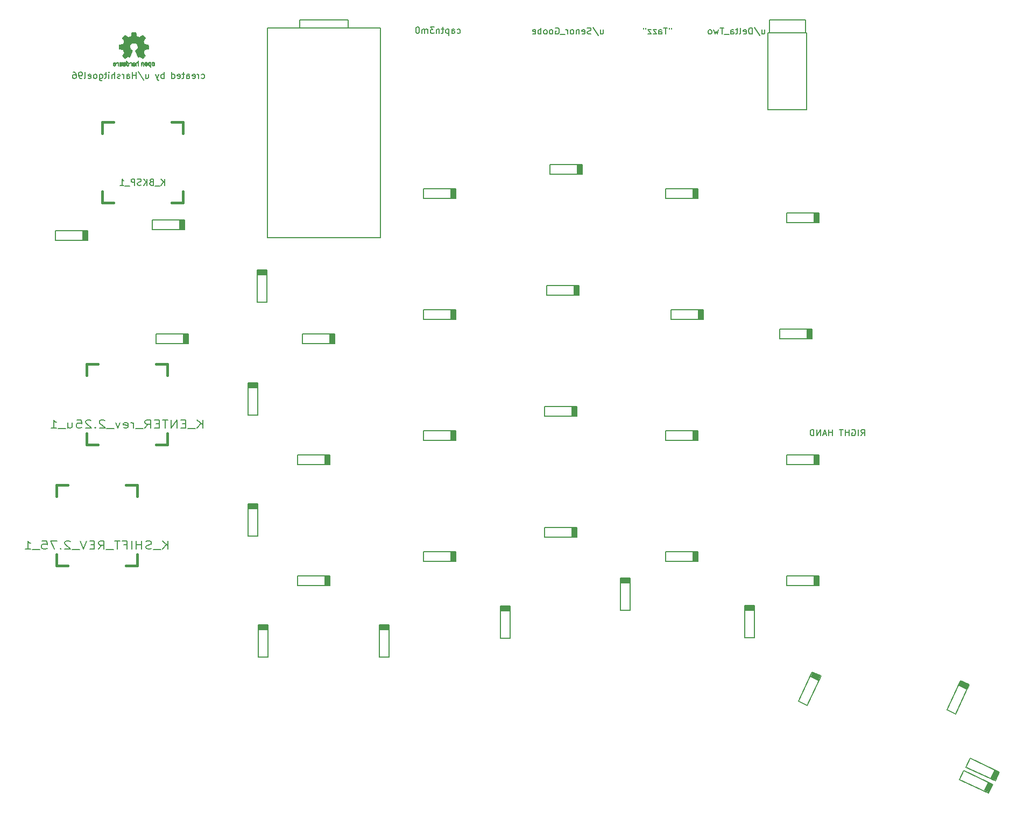
<source format=gbr>
G04 #@! TF.GenerationSoftware,KiCad,Pcbnew,(5.1.5)-3*
G04 #@! TF.CreationDate,2020-06-21T18:11:26+05:30*
G04 #@! TF.ProjectId,ergocape,6572676f-6361-4706-952e-6b696361645f,rev?*
G04 #@! TF.SameCoordinates,Original*
G04 #@! TF.FileFunction,Legend,Bot*
G04 #@! TF.FilePolarity,Positive*
%FSLAX46Y46*%
G04 Gerber Fmt 4.6, Leading zero omitted, Abs format (unit mm)*
G04 Created by KiCad (PCBNEW (5.1.5)-3) date 2020-06-21 18:11:26*
%MOMM*%
%LPD*%
G04 APERTURE LIST*
%ADD10C,0.150000*%
%ADD11C,0.127000*%
%ADD12C,0.010000*%
%ADD13C,0.381000*%
%ADD14C,0.200000*%
%ADD15C,0.203200*%
G04 APERTURE END LIST*
D10*
X64895761Y-26439761D02*
X64991000Y-26487380D01*
X65181476Y-26487380D01*
X65276714Y-26439761D01*
X65324333Y-26392142D01*
X65371952Y-26296904D01*
X65371952Y-26011190D01*
X65324333Y-25915952D01*
X65276714Y-25868333D01*
X65181476Y-25820714D01*
X64991000Y-25820714D01*
X64895761Y-25868333D01*
X64467190Y-26487380D02*
X64467190Y-25820714D01*
X64467190Y-26011190D02*
X64419571Y-25915952D01*
X64371952Y-25868333D01*
X64276714Y-25820714D01*
X64181476Y-25820714D01*
X63467190Y-26439761D02*
X63562428Y-26487380D01*
X63752904Y-26487380D01*
X63848142Y-26439761D01*
X63895761Y-26344523D01*
X63895761Y-25963571D01*
X63848142Y-25868333D01*
X63752904Y-25820714D01*
X63562428Y-25820714D01*
X63467190Y-25868333D01*
X63419571Y-25963571D01*
X63419571Y-26058809D01*
X63895761Y-26154047D01*
X62562428Y-26487380D02*
X62562428Y-25963571D01*
X62610047Y-25868333D01*
X62705285Y-25820714D01*
X62895761Y-25820714D01*
X62991000Y-25868333D01*
X62562428Y-26439761D02*
X62657666Y-26487380D01*
X62895761Y-26487380D01*
X62991000Y-26439761D01*
X63038619Y-26344523D01*
X63038619Y-26249285D01*
X62991000Y-26154047D01*
X62895761Y-26106428D01*
X62657666Y-26106428D01*
X62562428Y-26058809D01*
X62229095Y-25820714D02*
X61848142Y-25820714D01*
X62086238Y-25487380D02*
X62086238Y-26344523D01*
X62038619Y-26439761D01*
X61943380Y-26487380D01*
X61848142Y-26487380D01*
X61133857Y-26439761D02*
X61229095Y-26487380D01*
X61419571Y-26487380D01*
X61514809Y-26439761D01*
X61562428Y-26344523D01*
X61562428Y-25963571D01*
X61514809Y-25868333D01*
X61419571Y-25820714D01*
X61229095Y-25820714D01*
X61133857Y-25868333D01*
X61086238Y-25963571D01*
X61086238Y-26058809D01*
X61562428Y-26154047D01*
X60229095Y-26487380D02*
X60229095Y-25487380D01*
X60229095Y-26439761D02*
X60324333Y-26487380D01*
X60514809Y-26487380D01*
X60610047Y-26439761D01*
X60657666Y-26392142D01*
X60705285Y-26296904D01*
X60705285Y-26011190D01*
X60657666Y-25915952D01*
X60610047Y-25868333D01*
X60514809Y-25820714D01*
X60324333Y-25820714D01*
X60229095Y-25868333D01*
X58991000Y-26487380D02*
X58991000Y-25487380D01*
X58991000Y-25868333D02*
X58895761Y-25820714D01*
X58705285Y-25820714D01*
X58610047Y-25868333D01*
X58562428Y-25915952D01*
X58514809Y-26011190D01*
X58514809Y-26296904D01*
X58562428Y-26392142D01*
X58610047Y-26439761D01*
X58705285Y-26487380D01*
X58895761Y-26487380D01*
X58991000Y-26439761D01*
X58181476Y-25820714D02*
X57943380Y-26487380D01*
X57705285Y-25820714D02*
X57943380Y-26487380D01*
X58038619Y-26725476D01*
X58086238Y-26773095D01*
X58181476Y-26820714D01*
X56133857Y-25820714D02*
X56133857Y-26487380D01*
X56562428Y-25820714D02*
X56562428Y-26344523D01*
X56514809Y-26439761D01*
X56419571Y-26487380D01*
X56276714Y-26487380D01*
X56181476Y-26439761D01*
X56133857Y-26392142D01*
X54943380Y-25439761D02*
X55800523Y-26725476D01*
X54610047Y-26487380D02*
X54610047Y-25487380D01*
X54610047Y-25963571D02*
X54038619Y-25963571D01*
X54038619Y-26487380D02*
X54038619Y-25487380D01*
X53133857Y-26487380D02*
X53133857Y-25963571D01*
X53181476Y-25868333D01*
X53276714Y-25820714D01*
X53467190Y-25820714D01*
X53562428Y-25868333D01*
X53133857Y-26439761D02*
X53229095Y-26487380D01*
X53467190Y-26487380D01*
X53562428Y-26439761D01*
X53610047Y-26344523D01*
X53610047Y-26249285D01*
X53562428Y-26154047D01*
X53467190Y-26106428D01*
X53229095Y-26106428D01*
X53133857Y-26058809D01*
X52657666Y-26487380D02*
X52657666Y-25820714D01*
X52657666Y-26011190D02*
X52610047Y-25915952D01*
X52562428Y-25868333D01*
X52467190Y-25820714D01*
X52371952Y-25820714D01*
X52086238Y-26439761D02*
X51991000Y-26487380D01*
X51800523Y-26487380D01*
X51705285Y-26439761D01*
X51657666Y-26344523D01*
X51657666Y-26296904D01*
X51705285Y-26201666D01*
X51800523Y-26154047D01*
X51943380Y-26154047D01*
X52038619Y-26106428D01*
X52086238Y-26011190D01*
X52086238Y-25963571D01*
X52038619Y-25868333D01*
X51943380Y-25820714D01*
X51800523Y-25820714D01*
X51705285Y-25868333D01*
X51229095Y-26487380D02*
X51229095Y-25487380D01*
X50800523Y-26487380D02*
X50800523Y-25963571D01*
X50848142Y-25868333D01*
X50943380Y-25820714D01*
X51086238Y-25820714D01*
X51181476Y-25868333D01*
X51229095Y-25915952D01*
X50324333Y-26487380D02*
X50324333Y-25820714D01*
X50324333Y-25487380D02*
X50371952Y-25535000D01*
X50324333Y-25582619D01*
X50276714Y-25535000D01*
X50324333Y-25487380D01*
X50324333Y-25582619D01*
X49991000Y-25820714D02*
X49610047Y-25820714D01*
X49848142Y-25487380D02*
X49848142Y-26344523D01*
X49800523Y-26439761D01*
X49705285Y-26487380D01*
X49610047Y-26487380D01*
X48848142Y-25820714D02*
X48848142Y-26630238D01*
X48895761Y-26725476D01*
X48943380Y-26773095D01*
X49038619Y-26820714D01*
X49181476Y-26820714D01*
X49276714Y-26773095D01*
X48848142Y-26439761D02*
X48943380Y-26487380D01*
X49133857Y-26487380D01*
X49229095Y-26439761D01*
X49276714Y-26392142D01*
X49324333Y-26296904D01*
X49324333Y-26011190D01*
X49276714Y-25915952D01*
X49229095Y-25868333D01*
X49133857Y-25820714D01*
X48943380Y-25820714D01*
X48848142Y-25868333D01*
X48229095Y-26487380D02*
X48324333Y-26439761D01*
X48371952Y-26392142D01*
X48419571Y-26296904D01*
X48419571Y-26011190D01*
X48371952Y-25915952D01*
X48324333Y-25868333D01*
X48229095Y-25820714D01*
X48086238Y-25820714D01*
X47991000Y-25868333D01*
X47943380Y-25915952D01*
X47895761Y-26011190D01*
X47895761Y-26296904D01*
X47943380Y-26392142D01*
X47991000Y-26439761D01*
X48086238Y-26487380D01*
X48229095Y-26487380D01*
X47086238Y-26439761D02*
X47181476Y-26487380D01*
X47371952Y-26487380D01*
X47467190Y-26439761D01*
X47514809Y-26344523D01*
X47514809Y-25963571D01*
X47467190Y-25868333D01*
X47371952Y-25820714D01*
X47181476Y-25820714D01*
X47086238Y-25868333D01*
X47038619Y-25963571D01*
X47038619Y-26058809D01*
X47514809Y-26154047D01*
X46467190Y-26487380D02*
X46562428Y-26439761D01*
X46610047Y-26344523D01*
X46610047Y-25487380D01*
X46038619Y-26487380D02*
X45848142Y-26487380D01*
X45752904Y-26439761D01*
X45705285Y-26392142D01*
X45610047Y-26249285D01*
X45562428Y-26058809D01*
X45562428Y-25677857D01*
X45610047Y-25582619D01*
X45657666Y-25535000D01*
X45752904Y-25487380D01*
X45943380Y-25487380D01*
X46038619Y-25535000D01*
X46086238Y-25582619D01*
X46133857Y-25677857D01*
X46133857Y-25915952D01*
X46086238Y-26011190D01*
X46038619Y-26058809D01*
X45943380Y-26106428D01*
X45752904Y-26106428D01*
X45657666Y-26058809D01*
X45610047Y-26011190D01*
X45562428Y-25915952D01*
X44705285Y-25487380D02*
X44895761Y-25487380D01*
X44991000Y-25535000D01*
X45038619Y-25582619D01*
X45133857Y-25725476D01*
X45181476Y-25915952D01*
X45181476Y-26296904D01*
X45133857Y-26392142D01*
X45086238Y-26439761D01*
X44991000Y-26487380D01*
X44800523Y-26487380D01*
X44705285Y-26439761D01*
X44657666Y-26392142D01*
X44610047Y-26296904D01*
X44610047Y-26058809D01*
X44657666Y-25963571D01*
X44705285Y-25915952D01*
X44800523Y-25868333D01*
X44991000Y-25868333D01*
X45086238Y-25915952D01*
X45133857Y-25963571D01*
X45181476Y-26058809D01*
X105131761Y-19327761D02*
X105227000Y-19375380D01*
X105417476Y-19375380D01*
X105512714Y-19327761D01*
X105560333Y-19280142D01*
X105607952Y-19184904D01*
X105607952Y-18899190D01*
X105560333Y-18803952D01*
X105512714Y-18756333D01*
X105417476Y-18708714D01*
X105227000Y-18708714D01*
X105131761Y-18756333D01*
X104274619Y-19375380D02*
X104274619Y-18851571D01*
X104322238Y-18756333D01*
X104417476Y-18708714D01*
X104607952Y-18708714D01*
X104703190Y-18756333D01*
X104274619Y-19327761D02*
X104369857Y-19375380D01*
X104607952Y-19375380D01*
X104703190Y-19327761D01*
X104750809Y-19232523D01*
X104750809Y-19137285D01*
X104703190Y-19042047D01*
X104607952Y-18994428D01*
X104369857Y-18994428D01*
X104274619Y-18946809D01*
X103798428Y-18708714D02*
X103798428Y-19708714D01*
X103798428Y-18756333D02*
X103703190Y-18708714D01*
X103512714Y-18708714D01*
X103417476Y-18756333D01*
X103369857Y-18803952D01*
X103322238Y-18899190D01*
X103322238Y-19184904D01*
X103369857Y-19280142D01*
X103417476Y-19327761D01*
X103512714Y-19375380D01*
X103703190Y-19375380D01*
X103798428Y-19327761D01*
X103036523Y-18708714D02*
X102655571Y-18708714D01*
X102893666Y-18375380D02*
X102893666Y-19232523D01*
X102846047Y-19327761D01*
X102750809Y-19375380D01*
X102655571Y-19375380D01*
X102322238Y-18708714D02*
X102322238Y-19375380D01*
X102322238Y-18803952D02*
X102274619Y-18756333D01*
X102179380Y-18708714D01*
X102036523Y-18708714D01*
X101941285Y-18756333D01*
X101893666Y-18851571D01*
X101893666Y-19375380D01*
X101512714Y-18375380D02*
X100893666Y-18375380D01*
X101227000Y-18756333D01*
X101084142Y-18756333D01*
X100988904Y-18803952D01*
X100941285Y-18851571D01*
X100893666Y-18946809D01*
X100893666Y-19184904D01*
X100941285Y-19280142D01*
X100988904Y-19327761D01*
X101084142Y-19375380D01*
X101369857Y-19375380D01*
X101465095Y-19327761D01*
X101512714Y-19280142D01*
X100465095Y-19375380D02*
X100465095Y-18708714D01*
X100465095Y-18803952D02*
X100417476Y-18756333D01*
X100322238Y-18708714D01*
X100179380Y-18708714D01*
X100084142Y-18756333D01*
X100036523Y-18851571D01*
X100036523Y-19375380D01*
X100036523Y-18851571D02*
X99988904Y-18756333D01*
X99893666Y-18708714D01*
X99750809Y-18708714D01*
X99655571Y-18756333D01*
X99607952Y-18851571D01*
X99607952Y-19375380D01*
X98941285Y-18375380D02*
X98846047Y-18375380D01*
X98750809Y-18423000D01*
X98703190Y-18470619D01*
X98655571Y-18565857D01*
X98607952Y-18756333D01*
X98607952Y-18994428D01*
X98655571Y-19184904D01*
X98703190Y-19280142D01*
X98750809Y-19327761D01*
X98846047Y-19375380D01*
X98941285Y-19375380D01*
X99036523Y-19327761D01*
X99084142Y-19280142D01*
X99131761Y-19184904D01*
X99179380Y-18994428D01*
X99179380Y-18756333D01*
X99131761Y-18565857D01*
X99084142Y-18470619D01*
X99036523Y-18423000D01*
X98941285Y-18375380D01*
X153074190Y-18835714D02*
X153074190Y-19502380D01*
X153502761Y-18835714D02*
X153502761Y-19359523D01*
X153455142Y-19454761D01*
X153359904Y-19502380D01*
X153217047Y-19502380D01*
X153121809Y-19454761D01*
X153074190Y-19407142D01*
X151883714Y-18454761D02*
X152740857Y-19740476D01*
X151550380Y-19502380D02*
X151550380Y-18502380D01*
X151312285Y-18502380D01*
X151169428Y-18550000D01*
X151074190Y-18645238D01*
X151026571Y-18740476D01*
X150978952Y-18930952D01*
X150978952Y-19073809D01*
X151026571Y-19264285D01*
X151074190Y-19359523D01*
X151169428Y-19454761D01*
X151312285Y-19502380D01*
X151550380Y-19502380D01*
X150169428Y-19454761D02*
X150264666Y-19502380D01*
X150455142Y-19502380D01*
X150550380Y-19454761D01*
X150598000Y-19359523D01*
X150598000Y-18978571D01*
X150550380Y-18883333D01*
X150455142Y-18835714D01*
X150264666Y-18835714D01*
X150169428Y-18883333D01*
X150121809Y-18978571D01*
X150121809Y-19073809D01*
X150598000Y-19169047D01*
X149550380Y-19502380D02*
X149645619Y-19454761D01*
X149693238Y-19359523D01*
X149693238Y-18502380D01*
X149312285Y-18835714D02*
X148931333Y-18835714D01*
X149169428Y-18502380D02*
X149169428Y-19359523D01*
X149121809Y-19454761D01*
X149026571Y-19502380D01*
X148931333Y-19502380D01*
X148169428Y-19502380D02*
X148169428Y-18978571D01*
X148217047Y-18883333D01*
X148312285Y-18835714D01*
X148502761Y-18835714D01*
X148598000Y-18883333D01*
X148169428Y-19454761D02*
X148264666Y-19502380D01*
X148502761Y-19502380D01*
X148598000Y-19454761D01*
X148645619Y-19359523D01*
X148645619Y-19264285D01*
X148598000Y-19169047D01*
X148502761Y-19121428D01*
X148264666Y-19121428D01*
X148169428Y-19073809D01*
X147931333Y-19597619D02*
X147169428Y-19597619D01*
X147074190Y-18502380D02*
X146502761Y-18502380D01*
X146788476Y-19502380D02*
X146788476Y-18502380D01*
X146264666Y-18835714D02*
X146074190Y-19502380D01*
X145883714Y-19026190D01*
X145693238Y-19502380D01*
X145502761Y-18835714D01*
X144978952Y-19502380D02*
X145074190Y-19454761D01*
X145121809Y-19407142D01*
X145169428Y-19311904D01*
X145169428Y-19026190D01*
X145121809Y-18930952D01*
X145074190Y-18883333D01*
X144978952Y-18835714D01*
X144836095Y-18835714D01*
X144740857Y-18883333D01*
X144693238Y-18930952D01*
X144645619Y-19026190D01*
X144645619Y-19311904D01*
X144693238Y-19407142D01*
X144740857Y-19454761D01*
X144836095Y-19502380D01*
X144978952Y-19502380D01*
X138866285Y-18502380D02*
X138866285Y-18692857D01*
X138485333Y-18502380D02*
X138485333Y-18692857D01*
X138199619Y-18502380D02*
X137628190Y-18502380D01*
X137913904Y-19502380D02*
X137913904Y-18502380D01*
X136866285Y-19502380D02*
X136866285Y-18978571D01*
X136913904Y-18883333D01*
X137009142Y-18835714D01*
X137199619Y-18835714D01*
X137294857Y-18883333D01*
X136866285Y-19454761D02*
X136961523Y-19502380D01*
X137199619Y-19502380D01*
X137294857Y-19454761D01*
X137342476Y-19359523D01*
X137342476Y-19264285D01*
X137294857Y-19169047D01*
X137199619Y-19121428D01*
X136961523Y-19121428D01*
X136866285Y-19073809D01*
X136485333Y-18835714D02*
X135961523Y-18835714D01*
X136485333Y-19502380D01*
X135961523Y-19502380D01*
X135675809Y-18835714D02*
X135152000Y-18835714D01*
X135675809Y-19502380D01*
X135152000Y-19502380D01*
X134818666Y-18502380D02*
X134818666Y-18692857D01*
X134437714Y-18502380D02*
X134437714Y-18692857D01*
X127650238Y-18835714D02*
X127650238Y-19502380D01*
X128078809Y-18835714D02*
X128078809Y-19359523D01*
X128031190Y-19454761D01*
X127935952Y-19502380D01*
X127793095Y-19502380D01*
X127697857Y-19454761D01*
X127650238Y-19407142D01*
X126459761Y-18454761D02*
X127316904Y-19740476D01*
X126174047Y-19454761D02*
X126031190Y-19502380D01*
X125793095Y-19502380D01*
X125697857Y-19454761D01*
X125650238Y-19407142D01*
X125602619Y-19311904D01*
X125602619Y-19216666D01*
X125650238Y-19121428D01*
X125697857Y-19073809D01*
X125793095Y-19026190D01*
X125983571Y-18978571D01*
X126078809Y-18930952D01*
X126126428Y-18883333D01*
X126174047Y-18788095D01*
X126174047Y-18692857D01*
X126126428Y-18597619D01*
X126078809Y-18550000D01*
X125983571Y-18502380D01*
X125745476Y-18502380D01*
X125602619Y-18550000D01*
X124793095Y-19454761D02*
X124888333Y-19502380D01*
X125078809Y-19502380D01*
X125174047Y-19454761D01*
X125221666Y-19359523D01*
X125221666Y-18978571D01*
X125174047Y-18883333D01*
X125078809Y-18835714D01*
X124888333Y-18835714D01*
X124793095Y-18883333D01*
X124745476Y-18978571D01*
X124745476Y-19073809D01*
X125221666Y-19169047D01*
X124316904Y-18835714D02*
X124316904Y-19502380D01*
X124316904Y-18930952D02*
X124269285Y-18883333D01*
X124174047Y-18835714D01*
X124031190Y-18835714D01*
X123935952Y-18883333D01*
X123888333Y-18978571D01*
X123888333Y-19502380D01*
X123269285Y-19502380D02*
X123364523Y-19454761D01*
X123412142Y-19407142D01*
X123459761Y-19311904D01*
X123459761Y-19026190D01*
X123412142Y-18930952D01*
X123364523Y-18883333D01*
X123269285Y-18835714D01*
X123126428Y-18835714D01*
X123031190Y-18883333D01*
X122983571Y-18930952D01*
X122935952Y-19026190D01*
X122935952Y-19311904D01*
X122983571Y-19407142D01*
X123031190Y-19454761D01*
X123126428Y-19502380D01*
X123269285Y-19502380D01*
X122507380Y-19502380D02*
X122507380Y-18835714D01*
X122507380Y-19026190D02*
X122459761Y-18930952D01*
X122412142Y-18883333D01*
X122316904Y-18835714D01*
X122221666Y-18835714D01*
X122126428Y-19597619D02*
X121364523Y-19597619D01*
X120602619Y-18550000D02*
X120697857Y-18502380D01*
X120840714Y-18502380D01*
X120983571Y-18550000D01*
X121078809Y-18645238D01*
X121126428Y-18740476D01*
X121174047Y-18930952D01*
X121174047Y-19073809D01*
X121126428Y-19264285D01*
X121078809Y-19359523D01*
X120983571Y-19454761D01*
X120840714Y-19502380D01*
X120745476Y-19502380D01*
X120602619Y-19454761D01*
X120555000Y-19407142D01*
X120555000Y-19073809D01*
X120745476Y-19073809D01*
X119983571Y-19502380D02*
X120078809Y-19454761D01*
X120126428Y-19407142D01*
X120174047Y-19311904D01*
X120174047Y-19026190D01*
X120126428Y-18930952D01*
X120078809Y-18883333D01*
X119983571Y-18835714D01*
X119840714Y-18835714D01*
X119745476Y-18883333D01*
X119697857Y-18930952D01*
X119650238Y-19026190D01*
X119650238Y-19311904D01*
X119697857Y-19407142D01*
X119745476Y-19454761D01*
X119840714Y-19502380D01*
X119983571Y-19502380D01*
X119078809Y-19502380D02*
X119174047Y-19454761D01*
X119221666Y-19407142D01*
X119269285Y-19311904D01*
X119269285Y-19026190D01*
X119221666Y-18930952D01*
X119174047Y-18883333D01*
X119078809Y-18835714D01*
X118935952Y-18835714D01*
X118840714Y-18883333D01*
X118793095Y-18930952D01*
X118745476Y-19026190D01*
X118745476Y-19311904D01*
X118793095Y-19407142D01*
X118840714Y-19454761D01*
X118935952Y-19502380D01*
X119078809Y-19502380D01*
X118316904Y-19502380D02*
X118316904Y-18502380D01*
X118316904Y-18883333D02*
X118221666Y-18835714D01*
X118031190Y-18835714D01*
X117935952Y-18883333D01*
X117888333Y-18930952D01*
X117840714Y-19026190D01*
X117840714Y-19311904D01*
X117888333Y-19407142D01*
X117935952Y-19454761D01*
X118031190Y-19502380D01*
X118221666Y-19502380D01*
X118316904Y-19454761D01*
X117031190Y-19454761D02*
X117126428Y-19502380D01*
X117316904Y-19502380D01*
X117412142Y-19454761D01*
X117459761Y-19359523D01*
X117459761Y-18978571D01*
X117412142Y-18883333D01*
X117316904Y-18835714D01*
X117126428Y-18835714D01*
X117031190Y-18883333D01*
X116983571Y-18978571D01*
X116983571Y-19073809D01*
X117459761Y-19169047D01*
X168663476Y-82748380D02*
X168996809Y-82272190D01*
X169234904Y-82748380D02*
X169234904Y-81748380D01*
X168853952Y-81748380D01*
X168758714Y-81796000D01*
X168711095Y-81843619D01*
X168663476Y-81938857D01*
X168663476Y-82081714D01*
X168711095Y-82176952D01*
X168758714Y-82224571D01*
X168853952Y-82272190D01*
X169234904Y-82272190D01*
X168234904Y-82748380D02*
X168234904Y-81748380D01*
X167234904Y-81796000D02*
X167330142Y-81748380D01*
X167473000Y-81748380D01*
X167615857Y-81796000D01*
X167711095Y-81891238D01*
X167758714Y-81986476D01*
X167806333Y-82176952D01*
X167806333Y-82319809D01*
X167758714Y-82510285D01*
X167711095Y-82605523D01*
X167615857Y-82700761D01*
X167473000Y-82748380D01*
X167377761Y-82748380D01*
X167234904Y-82700761D01*
X167187285Y-82653142D01*
X167187285Y-82319809D01*
X167377761Y-82319809D01*
X166758714Y-82748380D02*
X166758714Y-81748380D01*
X166758714Y-82224571D02*
X166187285Y-82224571D01*
X166187285Y-82748380D02*
X166187285Y-81748380D01*
X165853952Y-81748380D02*
X165282523Y-81748380D01*
X165568238Y-82748380D02*
X165568238Y-81748380D01*
X164187285Y-82748380D02*
X164187285Y-81748380D01*
X164187285Y-82224571D02*
X163615857Y-82224571D01*
X163615857Y-82748380D02*
X163615857Y-81748380D01*
X163187285Y-82462666D02*
X162711095Y-82462666D01*
X163282523Y-82748380D02*
X162949190Y-81748380D01*
X162615857Y-82748380D01*
X162282523Y-82748380D02*
X162282523Y-81748380D01*
X161711095Y-82748380D01*
X161711095Y-81748380D01*
X161234904Y-82748380D02*
X161234904Y-81748380D01*
X160996809Y-81748380D01*
X160853952Y-81796000D01*
X160758714Y-81891238D01*
X160711095Y-81986476D01*
X160663476Y-82176952D01*
X160663476Y-82319809D01*
X160711095Y-82510285D01*
X160758714Y-82605523D01*
X160853952Y-82700761D01*
X160996809Y-82748380D01*
X161234904Y-82748380D01*
D11*
X80314800Y-17246600D02*
X80314800Y-18516600D01*
X87934800Y-17246600D02*
X80314800Y-17246600D01*
X87934800Y-18516600D02*
X87934800Y-17246600D01*
X75234800Y-18516600D02*
X93014800Y-18516600D01*
X75234800Y-51536600D02*
X75234800Y-18516600D01*
X93014800Y-51536600D02*
X75234800Y-51536600D01*
X93014800Y-18516600D02*
X93014800Y-51536600D01*
D12*
G36*
X54125090Y-19213348D02*
G01*
X54046546Y-19213778D01*
X53989702Y-19214942D01*
X53950895Y-19217207D01*
X53926462Y-19220940D01*
X53912738Y-19226506D01*
X53906060Y-19234273D01*
X53902764Y-19244605D01*
X53902444Y-19245943D01*
X53897438Y-19270079D01*
X53888171Y-19317701D01*
X53875608Y-19383741D01*
X53860713Y-19463128D01*
X53844449Y-19550796D01*
X53843881Y-19553875D01*
X53827590Y-19639789D01*
X53812348Y-19715696D01*
X53799139Y-19777045D01*
X53788946Y-19819282D01*
X53782752Y-19837855D01*
X53782457Y-19838184D01*
X53764212Y-19847253D01*
X53726595Y-19862367D01*
X53677729Y-19880262D01*
X53677457Y-19880358D01*
X53615907Y-19903493D01*
X53543343Y-19932965D01*
X53474943Y-19962597D01*
X53471706Y-19964062D01*
X53360298Y-20014626D01*
X53113601Y-19846160D01*
X53037923Y-19794803D01*
X52969369Y-19748889D01*
X52911912Y-19711030D01*
X52869524Y-19683837D01*
X52846175Y-19669921D01*
X52843958Y-19668889D01*
X52826990Y-19673484D01*
X52795299Y-19695655D01*
X52747648Y-19736447D01*
X52682802Y-19796905D01*
X52616603Y-19861227D01*
X52552786Y-19924612D01*
X52495671Y-19982451D01*
X52448695Y-20031175D01*
X52415297Y-20067210D01*
X52398915Y-20086984D01*
X52398306Y-20088002D01*
X52396495Y-20101572D01*
X52403317Y-20123733D01*
X52420460Y-20157478D01*
X52449607Y-20205800D01*
X52492445Y-20271692D01*
X52549552Y-20356517D01*
X52600234Y-20431177D01*
X52645539Y-20498140D01*
X52682850Y-20553516D01*
X52709548Y-20593420D01*
X52723015Y-20613962D01*
X52723863Y-20615356D01*
X52722219Y-20635038D01*
X52709755Y-20673293D01*
X52688952Y-20722889D01*
X52681538Y-20738728D01*
X52649186Y-20809290D01*
X52614672Y-20889353D01*
X52586635Y-20958629D01*
X52566432Y-21010045D01*
X52550385Y-21049119D01*
X52541112Y-21069541D01*
X52539959Y-21071114D01*
X52522904Y-21073721D01*
X52482702Y-21080863D01*
X52424698Y-21091523D01*
X52354237Y-21104685D01*
X52276665Y-21119333D01*
X52197328Y-21134449D01*
X52121569Y-21149018D01*
X52054736Y-21162022D01*
X52002172Y-21172445D01*
X51969224Y-21179270D01*
X51961143Y-21181199D01*
X51952795Y-21185962D01*
X51946494Y-21196718D01*
X51941955Y-21217098D01*
X51938896Y-21250734D01*
X51937033Y-21301255D01*
X51936082Y-21372292D01*
X51935760Y-21467476D01*
X51935743Y-21506492D01*
X51935743Y-21823799D01*
X52011943Y-21838839D01*
X52054337Y-21846995D01*
X52117600Y-21858899D01*
X52194038Y-21873116D01*
X52275957Y-21888210D01*
X52298600Y-21892355D01*
X52374194Y-21907053D01*
X52440047Y-21921505D01*
X52490634Y-21934375D01*
X52520426Y-21944322D01*
X52525388Y-21947287D01*
X52537574Y-21968283D01*
X52555047Y-22008967D01*
X52574423Y-22061322D01*
X52578266Y-22072600D01*
X52603661Y-22142523D01*
X52635183Y-22221418D01*
X52666031Y-22292266D01*
X52666183Y-22292595D01*
X52717553Y-22403733D01*
X52548601Y-22652253D01*
X52379648Y-22900772D01*
X52596571Y-23118058D01*
X52662181Y-23182726D01*
X52722021Y-23239733D01*
X52772733Y-23286033D01*
X52810954Y-23318584D01*
X52833325Y-23334343D01*
X52836534Y-23335343D01*
X52855374Y-23327469D01*
X52893820Y-23305578D01*
X52947670Y-23272267D01*
X53012724Y-23230131D01*
X53083060Y-23182943D01*
X53154445Y-23134810D01*
X53218092Y-23092928D01*
X53269959Y-23059871D01*
X53306005Y-23038218D01*
X53322133Y-23030543D01*
X53341811Y-23037037D01*
X53379125Y-23054150D01*
X53426379Y-23078326D01*
X53431388Y-23081013D01*
X53495023Y-23112927D01*
X53538659Y-23128579D01*
X53565798Y-23128745D01*
X53579943Y-23114204D01*
X53580025Y-23114000D01*
X53587095Y-23096779D01*
X53603958Y-23055899D01*
X53629305Y-22994525D01*
X53661829Y-22915819D01*
X53700222Y-22822947D01*
X53743178Y-22719072D01*
X53784778Y-22618502D01*
X53830496Y-22507516D01*
X53872474Y-22404703D01*
X53909452Y-22313215D01*
X53940173Y-22236201D01*
X53963378Y-22176815D01*
X53977810Y-22138209D01*
X53982257Y-22123800D01*
X53971104Y-22107272D01*
X53941931Y-22080930D01*
X53903029Y-22051887D01*
X53792243Y-21960039D01*
X53705649Y-21854759D01*
X53644284Y-21738266D01*
X53609185Y-21612776D01*
X53601392Y-21480507D01*
X53607057Y-21419457D01*
X53637922Y-21292795D01*
X53691080Y-21180941D01*
X53763233Y-21085001D01*
X53851083Y-21006076D01*
X53951335Y-20945270D01*
X54060690Y-20903687D01*
X54175853Y-20882428D01*
X54293525Y-20882599D01*
X54410410Y-20905301D01*
X54523211Y-20951638D01*
X54628631Y-21022713D01*
X54672632Y-21062911D01*
X54757021Y-21166129D01*
X54815778Y-21278925D01*
X54849296Y-21398010D01*
X54857965Y-21520095D01*
X54842177Y-21641893D01*
X54802322Y-21760116D01*
X54738793Y-21871475D01*
X54651979Y-21972684D01*
X54554971Y-22051887D01*
X54514563Y-22082162D01*
X54486018Y-22108219D01*
X54475743Y-22123825D01*
X54481123Y-22140843D01*
X54496425Y-22181500D01*
X54520388Y-22242642D01*
X54551756Y-22321119D01*
X54589268Y-22413780D01*
X54631667Y-22517472D01*
X54673337Y-22618526D01*
X54719310Y-22729607D01*
X54761893Y-22832541D01*
X54799779Y-22924165D01*
X54831660Y-23001316D01*
X54856229Y-23060831D01*
X54872180Y-23099544D01*
X54878090Y-23114000D01*
X54892052Y-23128685D01*
X54919060Y-23128642D01*
X54962587Y-23113099D01*
X55026110Y-23081284D01*
X55026612Y-23081013D01*
X55074440Y-23056323D01*
X55113103Y-23038338D01*
X55134905Y-23030614D01*
X55135867Y-23030543D01*
X55152279Y-23038378D01*
X55188513Y-23060165D01*
X55240526Y-23093328D01*
X55304275Y-23135291D01*
X55374940Y-23182943D01*
X55446884Y-23231191D01*
X55511726Y-23273151D01*
X55565265Y-23306227D01*
X55603303Y-23327821D01*
X55621467Y-23335343D01*
X55638192Y-23325457D01*
X55671820Y-23297826D01*
X55718990Y-23255495D01*
X55776342Y-23201505D01*
X55840516Y-23138899D01*
X55861503Y-23117983D01*
X56078501Y-22900623D01*
X55913332Y-22658220D01*
X55863136Y-22583781D01*
X55819081Y-22516972D01*
X55783638Y-22461665D01*
X55759281Y-22421729D01*
X55748478Y-22401036D01*
X55748162Y-22399563D01*
X55753857Y-22380058D01*
X55769174Y-22340822D01*
X55791463Y-22288430D01*
X55807107Y-22253355D01*
X55836359Y-22186201D01*
X55863906Y-22118358D01*
X55885263Y-22061034D01*
X55891065Y-22043572D01*
X55907548Y-21996938D01*
X55923660Y-21960905D01*
X55932510Y-21947287D01*
X55952040Y-21938952D01*
X55994666Y-21927137D01*
X56054855Y-21913181D01*
X56127078Y-21898422D01*
X56159400Y-21892355D01*
X56241478Y-21877273D01*
X56320205Y-21862669D01*
X56387891Y-21849980D01*
X56436840Y-21840642D01*
X56446057Y-21838839D01*
X56522257Y-21823799D01*
X56522257Y-21506492D01*
X56522086Y-21402154D01*
X56521384Y-21323213D01*
X56519866Y-21266038D01*
X56517251Y-21226999D01*
X56513254Y-21202465D01*
X56507591Y-21188805D01*
X56499980Y-21182389D01*
X56496857Y-21181199D01*
X56478022Y-21176980D01*
X56436412Y-21168562D01*
X56377370Y-21156961D01*
X56306243Y-21143195D01*
X56228375Y-21128280D01*
X56149113Y-21113232D01*
X56073802Y-21099069D01*
X56007787Y-21086806D01*
X55956413Y-21077461D01*
X55925025Y-21072050D01*
X55918041Y-21071114D01*
X55911715Y-21058596D01*
X55897710Y-21025246D01*
X55878645Y-20977377D01*
X55871366Y-20958629D01*
X55842004Y-20886195D01*
X55807429Y-20806170D01*
X55776463Y-20738728D01*
X55753677Y-20687159D01*
X55738518Y-20644785D01*
X55733458Y-20618834D01*
X55734264Y-20615356D01*
X55744959Y-20598936D01*
X55769380Y-20562417D01*
X55804905Y-20509687D01*
X55848913Y-20444635D01*
X55898783Y-20371151D01*
X55908644Y-20356645D01*
X55966508Y-20270704D01*
X56009044Y-20205261D01*
X56037946Y-20157304D01*
X56054910Y-20123820D01*
X56061633Y-20101795D01*
X56059810Y-20088217D01*
X56059764Y-20088131D01*
X56045414Y-20070297D01*
X56013677Y-20035817D01*
X55967990Y-19988268D01*
X55911796Y-19931222D01*
X55848532Y-19868255D01*
X55841398Y-19861227D01*
X55761670Y-19784020D01*
X55700143Y-19727330D01*
X55655579Y-19690110D01*
X55626743Y-19671315D01*
X55614042Y-19668889D01*
X55595506Y-19679471D01*
X55557039Y-19703916D01*
X55502614Y-19739612D01*
X55436202Y-19783947D01*
X55361775Y-19834311D01*
X55344399Y-19846160D01*
X55097703Y-20014626D01*
X54986294Y-19964062D01*
X54918543Y-19934595D01*
X54845817Y-19904959D01*
X54783297Y-19881330D01*
X54780543Y-19880358D01*
X54731640Y-19862457D01*
X54693943Y-19847320D01*
X54675575Y-19838210D01*
X54675544Y-19838184D01*
X54669715Y-19821717D01*
X54659808Y-19781219D01*
X54646805Y-19721242D01*
X54631691Y-19646340D01*
X54615448Y-19561064D01*
X54614119Y-19553875D01*
X54597825Y-19466014D01*
X54582867Y-19386260D01*
X54570209Y-19319681D01*
X54560814Y-19271347D01*
X54555646Y-19246325D01*
X54555556Y-19245943D01*
X54552411Y-19235299D01*
X54546296Y-19227262D01*
X54533547Y-19221467D01*
X54510500Y-19217547D01*
X54473491Y-19215135D01*
X54418856Y-19213865D01*
X54342933Y-19213371D01*
X54242056Y-19213286D01*
X54229000Y-19213286D01*
X54125090Y-19213348D01*
G37*
X54125090Y-19213348D02*
X54046546Y-19213778D01*
X53989702Y-19214942D01*
X53950895Y-19217207D01*
X53926462Y-19220940D01*
X53912738Y-19226506D01*
X53906060Y-19234273D01*
X53902764Y-19244605D01*
X53902444Y-19245943D01*
X53897438Y-19270079D01*
X53888171Y-19317701D01*
X53875608Y-19383741D01*
X53860713Y-19463128D01*
X53844449Y-19550796D01*
X53843881Y-19553875D01*
X53827590Y-19639789D01*
X53812348Y-19715696D01*
X53799139Y-19777045D01*
X53788946Y-19819282D01*
X53782752Y-19837855D01*
X53782457Y-19838184D01*
X53764212Y-19847253D01*
X53726595Y-19862367D01*
X53677729Y-19880262D01*
X53677457Y-19880358D01*
X53615907Y-19903493D01*
X53543343Y-19932965D01*
X53474943Y-19962597D01*
X53471706Y-19964062D01*
X53360298Y-20014626D01*
X53113601Y-19846160D01*
X53037923Y-19794803D01*
X52969369Y-19748889D01*
X52911912Y-19711030D01*
X52869524Y-19683837D01*
X52846175Y-19669921D01*
X52843958Y-19668889D01*
X52826990Y-19673484D01*
X52795299Y-19695655D01*
X52747648Y-19736447D01*
X52682802Y-19796905D01*
X52616603Y-19861227D01*
X52552786Y-19924612D01*
X52495671Y-19982451D01*
X52448695Y-20031175D01*
X52415297Y-20067210D01*
X52398915Y-20086984D01*
X52398306Y-20088002D01*
X52396495Y-20101572D01*
X52403317Y-20123733D01*
X52420460Y-20157478D01*
X52449607Y-20205800D01*
X52492445Y-20271692D01*
X52549552Y-20356517D01*
X52600234Y-20431177D01*
X52645539Y-20498140D01*
X52682850Y-20553516D01*
X52709548Y-20593420D01*
X52723015Y-20613962D01*
X52723863Y-20615356D01*
X52722219Y-20635038D01*
X52709755Y-20673293D01*
X52688952Y-20722889D01*
X52681538Y-20738728D01*
X52649186Y-20809290D01*
X52614672Y-20889353D01*
X52586635Y-20958629D01*
X52566432Y-21010045D01*
X52550385Y-21049119D01*
X52541112Y-21069541D01*
X52539959Y-21071114D01*
X52522904Y-21073721D01*
X52482702Y-21080863D01*
X52424698Y-21091523D01*
X52354237Y-21104685D01*
X52276665Y-21119333D01*
X52197328Y-21134449D01*
X52121569Y-21149018D01*
X52054736Y-21162022D01*
X52002172Y-21172445D01*
X51969224Y-21179270D01*
X51961143Y-21181199D01*
X51952795Y-21185962D01*
X51946494Y-21196718D01*
X51941955Y-21217098D01*
X51938896Y-21250734D01*
X51937033Y-21301255D01*
X51936082Y-21372292D01*
X51935760Y-21467476D01*
X51935743Y-21506492D01*
X51935743Y-21823799D01*
X52011943Y-21838839D01*
X52054337Y-21846995D01*
X52117600Y-21858899D01*
X52194038Y-21873116D01*
X52275957Y-21888210D01*
X52298600Y-21892355D01*
X52374194Y-21907053D01*
X52440047Y-21921505D01*
X52490634Y-21934375D01*
X52520426Y-21944322D01*
X52525388Y-21947287D01*
X52537574Y-21968283D01*
X52555047Y-22008967D01*
X52574423Y-22061322D01*
X52578266Y-22072600D01*
X52603661Y-22142523D01*
X52635183Y-22221418D01*
X52666031Y-22292266D01*
X52666183Y-22292595D01*
X52717553Y-22403733D01*
X52548601Y-22652253D01*
X52379648Y-22900772D01*
X52596571Y-23118058D01*
X52662181Y-23182726D01*
X52722021Y-23239733D01*
X52772733Y-23286033D01*
X52810954Y-23318584D01*
X52833325Y-23334343D01*
X52836534Y-23335343D01*
X52855374Y-23327469D01*
X52893820Y-23305578D01*
X52947670Y-23272267D01*
X53012724Y-23230131D01*
X53083060Y-23182943D01*
X53154445Y-23134810D01*
X53218092Y-23092928D01*
X53269959Y-23059871D01*
X53306005Y-23038218D01*
X53322133Y-23030543D01*
X53341811Y-23037037D01*
X53379125Y-23054150D01*
X53426379Y-23078326D01*
X53431388Y-23081013D01*
X53495023Y-23112927D01*
X53538659Y-23128579D01*
X53565798Y-23128745D01*
X53579943Y-23114204D01*
X53580025Y-23114000D01*
X53587095Y-23096779D01*
X53603958Y-23055899D01*
X53629305Y-22994525D01*
X53661829Y-22915819D01*
X53700222Y-22822947D01*
X53743178Y-22719072D01*
X53784778Y-22618502D01*
X53830496Y-22507516D01*
X53872474Y-22404703D01*
X53909452Y-22313215D01*
X53940173Y-22236201D01*
X53963378Y-22176815D01*
X53977810Y-22138209D01*
X53982257Y-22123800D01*
X53971104Y-22107272D01*
X53941931Y-22080930D01*
X53903029Y-22051887D01*
X53792243Y-21960039D01*
X53705649Y-21854759D01*
X53644284Y-21738266D01*
X53609185Y-21612776D01*
X53601392Y-21480507D01*
X53607057Y-21419457D01*
X53637922Y-21292795D01*
X53691080Y-21180941D01*
X53763233Y-21085001D01*
X53851083Y-21006076D01*
X53951335Y-20945270D01*
X54060690Y-20903687D01*
X54175853Y-20882428D01*
X54293525Y-20882599D01*
X54410410Y-20905301D01*
X54523211Y-20951638D01*
X54628631Y-21022713D01*
X54672632Y-21062911D01*
X54757021Y-21166129D01*
X54815778Y-21278925D01*
X54849296Y-21398010D01*
X54857965Y-21520095D01*
X54842177Y-21641893D01*
X54802322Y-21760116D01*
X54738793Y-21871475D01*
X54651979Y-21972684D01*
X54554971Y-22051887D01*
X54514563Y-22082162D01*
X54486018Y-22108219D01*
X54475743Y-22123825D01*
X54481123Y-22140843D01*
X54496425Y-22181500D01*
X54520388Y-22242642D01*
X54551756Y-22321119D01*
X54589268Y-22413780D01*
X54631667Y-22517472D01*
X54673337Y-22618526D01*
X54719310Y-22729607D01*
X54761893Y-22832541D01*
X54799779Y-22924165D01*
X54831660Y-23001316D01*
X54856229Y-23060831D01*
X54872180Y-23099544D01*
X54878090Y-23114000D01*
X54892052Y-23128685D01*
X54919060Y-23128642D01*
X54962587Y-23113099D01*
X55026110Y-23081284D01*
X55026612Y-23081013D01*
X55074440Y-23056323D01*
X55113103Y-23038338D01*
X55134905Y-23030614D01*
X55135867Y-23030543D01*
X55152279Y-23038378D01*
X55188513Y-23060165D01*
X55240526Y-23093328D01*
X55304275Y-23135291D01*
X55374940Y-23182943D01*
X55446884Y-23231191D01*
X55511726Y-23273151D01*
X55565265Y-23306227D01*
X55603303Y-23327821D01*
X55621467Y-23335343D01*
X55638192Y-23325457D01*
X55671820Y-23297826D01*
X55718990Y-23255495D01*
X55776342Y-23201505D01*
X55840516Y-23138899D01*
X55861503Y-23117983D01*
X56078501Y-22900623D01*
X55913332Y-22658220D01*
X55863136Y-22583781D01*
X55819081Y-22516972D01*
X55783638Y-22461665D01*
X55759281Y-22421729D01*
X55748478Y-22401036D01*
X55748162Y-22399563D01*
X55753857Y-22380058D01*
X55769174Y-22340822D01*
X55791463Y-22288430D01*
X55807107Y-22253355D01*
X55836359Y-22186201D01*
X55863906Y-22118358D01*
X55885263Y-22061034D01*
X55891065Y-22043572D01*
X55907548Y-21996938D01*
X55923660Y-21960905D01*
X55932510Y-21947287D01*
X55952040Y-21938952D01*
X55994666Y-21927137D01*
X56054855Y-21913181D01*
X56127078Y-21898422D01*
X56159400Y-21892355D01*
X56241478Y-21877273D01*
X56320205Y-21862669D01*
X56387891Y-21849980D01*
X56436840Y-21840642D01*
X56446057Y-21838839D01*
X56522257Y-21823799D01*
X56522257Y-21506492D01*
X56522086Y-21402154D01*
X56521384Y-21323213D01*
X56519866Y-21266038D01*
X56517251Y-21226999D01*
X56513254Y-21202465D01*
X56507591Y-21188805D01*
X56499980Y-21182389D01*
X56496857Y-21181199D01*
X56478022Y-21176980D01*
X56436412Y-21168562D01*
X56377370Y-21156961D01*
X56306243Y-21143195D01*
X56228375Y-21128280D01*
X56149113Y-21113232D01*
X56073802Y-21099069D01*
X56007787Y-21086806D01*
X55956413Y-21077461D01*
X55925025Y-21072050D01*
X55918041Y-21071114D01*
X55911715Y-21058596D01*
X55897710Y-21025246D01*
X55878645Y-20977377D01*
X55871366Y-20958629D01*
X55842004Y-20886195D01*
X55807429Y-20806170D01*
X55776463Y-20738728D01*
X55753677Y-20687159D01*
X55738518Y-20644785D01*
X55733458Y-20618834D01*
X55734264Y-20615356D01*
X55744959Y-20598936D01*
X55769380Y-20562417D01*
X55804905Y-20509687D01*
X55848913Y-20444635D01*
X55898783Y-20371151D01*
X55908644Y-20356645D01*
X55966508Y-20270704D01*
X56009044Y-20205261D01*
X56037946Y-20157304D01*
X56054910Y-20123820D01*
X56061633Y-20101795D01*
X56059810Y-20088217D01*
X56059764Y-20088131D01*
X56045414Y-20070297D01*
X56013677Y-20035817D01*
X55967990Y-19988268D01*
X55911796Y-19931222D01*
X55848532Y-19868255D01*
X55841398Y-19861227D01*
X55761670Y-19784020D01*
X55700143Y-19727330D01*
X55655579Y-19690110D01*
X55626743Y-19671315D01*
X55614042Y-19668889D01*
X55595506Y-19679471D01*
X55557039Y-19703916D01*
X55502614Y-19739612D01*
X55436202Y-19783947D01*
X55361775Y-19834311D01*
X55344399Y-19846160D01*
X55097703Y-20014626D01*
X54986294Y-19964062D01*
X54918543Y-19934595D01*
X54845817Y-19904959D01*
X54783297Y-19881330D01*
X54780543Y-19880358D01*
X54731640Y-19862457D01*
X54693943Y-19847320D01*
X54675575Y-19838210D01*
X54675544Y-19838184D01*
X54669715Y-19821717D01*
X54659808Y-19781219D01*
X54646805Y-19721242D01*
X54631691Y-19646340D01*
X54615448Y-19561064D01*
X54614119Y-19553875D01*
X54597825Y-19466014D01*
X54582867Y-19386260D01*
X54570209Y-19319681D01*
X54560814Y-19271347D01*
X54555646Y-19246325D01*
X54555556Y-19245943D01*
X54552411Y-19235299D01*
X54546296Y-19227262D01*
X54533547Y-19221467D01*
X54510500Y-19217547D01*
X54473491Y-19215135D01*
X54418856Y-19213865D01*
X54342933Y-19213371D01*
X54242056Y-19213286D01*
X54229000Y-19213286D01*
X54125090Y-19213348D01*
G36*
X51075405Y-23937966D02*
G01*
X51017979Y-23975497D01*
X50990281Y-24009096D01*
X50968338Y-24070064D01*
X50966595Y-24118308D01*
X50970543Y-24182816D01*
X51119314Y-24247934D01*
X51191651Y-24281202D01*
X51238916Y-24307964D01*
X51263493Y-24331144D01*
X51267763Y-24353667D01*
X51254111Y-24378455D01*
X51239057Y-24394886D01*
X51195254Y-24421235D01*
X51147611Y-24423081D01*
X51103855Y-24402546D01*
X51071711Y-24361752D01*
X51065962Y-24347347D01*
X51038424Y-24302356D01*
X51006742Y-24283182D01*
X50963286Y-24266779D01*
X50963286Y-24328966D01*
X50967128Y-24371283D01*
X50982177Y-24406969D01*
X51013720Y-24447943D01*
X51018408Y-24453267D01*
X51053494Y-24489720D01*
X51083653Y-24509283D01*
X51121385Y-24518283D01*
X51152665Y-24521230D01*
X51208615Y-24521965D01*
X51248445Y-24512660D01*
X51273292Y-24498846D01*
X51312344Y-24468467D01*
X51339375Y-24435613D01*
X51356483Y-24394294D01*
X51365762Y-24338521D01*
X51369307Y-24262305D01*
X51369590Y-24223622D01*
X51368628Y-24177247D01*
X51280993Y-24177247D01*
X51279977Y-24202126D01*
X51277444Y-24206200D01*
X51260726Y-24200665D01*
X51224751Y-24186017D01*
X51176669Y-24165190D01*
X51166614Y-24160714D01*
X51105848Y-24129814D01*
X51072368Y-24102657D01*
X51065010Y-24077220D01*
X51082609Y-24051481D01*
X51097144Y-24040109D01*
X51149590Y-24017364D01*
X51198678Y-24021122D01*
X51239773Y-24048884D01*
X51268242Y-24098152D01*
X51277369Y-24137257D01*
X51280993Y-24177247D01*
X51368628Y-24177247D01*
X51367715Y-24133249D01*
X51360804Y-24066384D01*
X51347116Y-24017695D01*
X51324904Y-23981849D01*
X51292426Y-23953513D01*
X51278267Y-23944355D01*
X51213947Y-23920507D01*
X51143527Y-23919006D01*
X51075405Y-23937966D01*
G37*
X51075405Y-23937966D02*
X51017979Y-23975497D01*
X50990281Y-24009096D01*
X50968338Y-24070064D01*
X50966595Y-24118308D01*
X50970543Y-24182816D01*
X51119314Y-24247934D01*
X51191651Y-24281202D01*
X51238916Y-24307964D01*
X51263493Y-24331144D01*
X51267763Y-24353667D01*
X51254111Y-24378455D01*
X51239057Y-24394886D01*
X51195254Y-24421235D01*
X51147611Y-24423081D01*
X51103855Y-24402546D01*
X51071711Y-24361752D01*
X51065962Y-24347347D01*
X51038424Y-24302356D01*
X51006742Y-24283182D01*
X50963286Y-24266779D01*
X50963286Y-24328966D01*
X50967128Y-24371283D01*
X50982177Y-24406969D01*
X51013720Y-24447943D01*
X51018408Y-24453267D01*
X51053494Y-24489720D01*
X51083653Y-24509283D01*
X51121385Y-24518283D01*
X51152665Y-24521230D01*
X51208615Y-24521965D01*
X51248445Y-24512660D01*
X51273292Y-24498846D01*
X51312344Y-24468467D01*
X51339375Y-24435613D01*
X51356483Y-24394294D01*
X51365762Y-24338521D01*
X51369307Y-24262305D01*
X51369590Y-24223622D01*
X51368628Y-24177247D01*
X51280993Y-24177247D01*
X51279977Y-24202126D01*
X51277444Y-24206200D01*
X51260726Y-24200665D01*
X51224751Y-24186017D01*
X51176669Y-24165190D01*
X51166614Y-24160714D01*
X51105848Y-24129814D01*
X51072368Y-24102657D01*
X51065010Y-24077220D01*
X51082609Y-24051481D01*
X51097144Y-24040109D01*
X51149590Y-24017364D01*
X51198678Y-24021122D01*
X51239773Y-24048884D01*
X51268242Y-24098152D01*
X51277369Y-24137257D01*
X51280993Y-24177247D01*
X51368628Y-24177247D01*
X51367715Y-24133249D01*
X51360804Y-24066384D01*
X51347116Y-24017695D01*
X51324904Y-23981849D01*
X51292426Y-23953513D01*
X51278267Y-23944355D01*
X51213947Y-23920507D01*
X51143527Y-23919006D01*
X51075405Y-23937966D01*
G36*
X51576400Y-23929752D02*
G01*
X51559052Y-23937334D01*
X51517644Y-23970128D01*
X51482235Y-24017547D01*
X51460336Y-24068151D01*
X51456771Y-24093098D01*
X51468721Y-24127927D01*
X51494933Y-24146357D01*
X51523036Y-24157516D01*
X51535905Y-24159572D01*
X51542171Y-24144649D01*
X51554544Y-24112175D01*
X51559972Y-24097502D01*
X51590410Y-24046744D01*
X51634480Y-24021427D01*
X51690990Y-24022206D01*
X51695175Y-24023203D01*
X51725345Y-24037507D01*
X51747524Y-24065393D01*
X51762673Y-24110287D01*
X51771750Y-24175615D01*
X51775714Y-24264804D01*
X51776086Y-24312261D01*
X51776270Y-24387071D01*
X51777478Y-24438069D01*
X51780691Y-24470471D01*
X51786891Y-24489495D01*
X51797060Y-24500356D01*
X51812181Y-24508272D01*
X51813054Y-24508670D01*
X51842172Y-24520981D01*
X51856597Y-24525514D01*
X51858814Y-24511809D01*
X51860711Y-24473925D01*
X51862153Y-24416715D01*
X51863002Y-24345027D01*
X51863171Y-24292565D01*
X51862308Y-24191047D01*
X51858930Y-24114032D01*
X51851858Y-24057023D01*
X51839912Y-24015526D01*
X51821910Y-23985043D01*
X51796673Y-23961080D01*
X51771753Y-23944355D01*
X51711829Y-23922097D01*
X51642089Y-23917076D01*
X51576400Y-23929752D01*
G37*
X51576400Y-23929752D02*
X51559052Y-23937334D01*
X51517644Y-23970128D01*
X51482235Y-24017547D01*
X51460336Y-24068151D01*
X51456771Y-24093098D01*
X51468721Y-24127927D01*
X51494933Y-24146357D01*
X51523036Y-24157516D01*
X51535905Y-24159572D01*
X51542171Y-24144649D01*
X51554544Y-24112175D01*
X51559972Y-24097502D01*
X51590410Y-24046744D01*
X51634480Y-24021427D01*
X51690990Y-24022206D01*
X51695175Y-24023203D01*
X51725345Y-24037507D01*
X51747524Y-24065393D01*
X51762673Y-24110287D01*
X51771750Y-24175615D01*
X51775714Y-24264804D01*
X51776086Y-24312261D01*
X51776270Y-24387071D01*
X51777478Y-24438069D01*
X51780691Y-24470471D01*
X51786891Y-24489495D01*
X51797060Y-24500356D01*
X51812181Y-24508272D01*
X51813054Y-24508670D01*
X51842172Y-24520981D01*
X51856597Y-24525514D01*
X51858814Y-24511809D01*
X51860711Y-24473925D01*
X51862153Y-24416715D01*
X51863002Y-24345027D01*
X51863171Y-24292565D01*
X51862308Y-24191047D01*
X51858930Y-24114032D01*
X51851858Y-24057023D01*
X51839912Y-24015526D01*
X51821910Y-23985043D01*
X51796673Y-23961080D01*
X51771753Y-23944355D01*
X51711829Y-23922097D01*
X51642089Y-23917076D01*
X51576400Y-23929752D01*
G36*
X52084124Y-23927335D02*
G01*
X52042333Y-23946344D01*
X52009531Y-23969378D01*
X51985497Y-23995133D01*
X51968903Y-24028358D01*
X51958423Y-24073800D01*
X51952729Y-24136207D01*
X51950493Y-24220327D01*
X51950257Y-24275721D01*
X51950257Y-24491826D01*
X51987226Y-24508670D01*
X52016344Y-24520981D01*
X52030769Y-24525514D01*
X52033528Y-24512025D01*
X52035718Y-24475653D01*
X52037058Y-24422542D01*
X52037343Y-24380372D01*
X52038566Y-24319447D01*
X52041864Y-24271115D01*
X52046679Y-24241518D01*
X52050504Y-24235229D01*
X52076217Y-24241652D01*
X52116582Y-24258125D01*
X52163321Y-24280458D01*
X52208155Y-24304457D01*
X52242807Y-24325930D01*
X52258998Y-24340685D01*
X52259062Y-24340845D01*
X52257670Y-24368152D01*
X52245182Y-24394219D01*
X52223257Y-24415392D01*
X52191257Y-24422474D01*
X52163908Y-24421649D01*
X52125174Y-24421042D01*
X52104842Y-24430116D01*
X52092631Y-24454092D01*
X52091091Y-24458613D01*
X52085797Y-24492806D01*
X52099953Y-24513568D01*
X52136852Y-24523462D01*
X52176711Y-24525292D01*
X52248438Y-24511727D01*
X52285568Y-24492355D01*
X52331424Y-24446845D01*
X52355744Y-24390983D01*
X52357927Y-24331957D01*
X52337371Y-24276953D01*
X52306451Y-24242486D01*
X52275580Y-24223189D01*
X52227058Y-24198759D01*
X52170515Y-24173985D01*
X52161090Y-24170199D01*
X52098981Y-24142791D01*
X52063178Y-24118634D01*
X52051663Y-24094619D01*
X52062420Y-24067635D01*
X52080886Y-24046543D01*
X52124531Y-24020572D01*
X52172554Y-24018624D01*
X52216594Y-24038637D01*
X52248291Y-24078551D01*
X52252451Y-24088848D01*
X52276673Y-24126724D01*
X52312035Y-24154842D01*
X52356657Y-24177917D01*
X52356657Y-24112485D01*
X52354031Y-24072506D01*
X52342770Y-24040997D01*
X52317801Y-24007378D01*
X52293831Y-23981484D01*
X52256559Y-23944817D01*
X52227599Y-23925121D01*
X52196495Y-23917220D01*
X52161287Y-23915914D01*
X52084124Y-23927335D01*
G37*
X52084124Y-23927335D02*
X52042333Y-23946344D01*
X52009531Y-23969378D01*
X51985497Y-23995133D01*
X51968903Y-24028358D01*
X51958423Y-24073800D01*
X51952729Y-24136207D01*
X51950493Y-24220327D01*
X51950257Y-24275721D01*
X51950257Y-24491826D01*
X51987226Y-24508670D01*
X52016344Y-24520981D01*
X52030769Y-24525514D01*
X52033528Y-24512025D01*
X52035718Y-24475653D01*
X52037058Y-24422542D01*
X52037343Y-24380372D01*
X52038566Y-24319447D01*
X52041864Y-24271115D01*
X52046679Y-24241518D01*
X52050504Y-24235229D01*
X52076217Y-24241652D01*
X52116582Y-24258125D01*
X52163321Y-24280458D01*
X52208155Y-24304457D01*
X52242807Y-24325930D01*
X52258998Y-24340685D01*
X52259062Y-24340845D01*
X52257670Y-24368152D01*
X52245182Y-24394219D01*
X52223257Y-24415392D01*
X52191257Y-24422474D01*
X52163908Y-24421649D01*
X52125174Y-24421042D01*
X52104842Y-24430116D01*
X52092631Y-24454092D01*
X52091091Y-24458613D01*
X52085797Y-24492806D01*
X52099953Y-24513568D01*
X52136852Y-24523462D01*
X52176711Y-24525292D01*
X52248438Y-24511727D01*
X52285568Y-24492355D01*
X52331424Y-24446845D01*
X52355744Y-24390983D01*
X52357927Y-24331957D01*
X52337371Y-24276953D01*
X52306451Y-24242486D01*
X52275580Y-24223189D01*
X52227058Y-24198759D01*
X52170515Y-24173985D01*
X52161090Y-24170199D01*
X52098981Y-24142791D01*
X52063178Y-24118634D01*
X52051663Y-24094619D01*
X52062420Y-24067635D01*
X52080886Y-24046543D01*
X52124531Y-24020572D01*
X52172554Y-24018624D01*
X52216594Y-24038637D01*
X52248291Y-24078551D01*
X52252451Y-24088848D01*
X52276673Y-24126724D01*
X52312035Y-24154842D01*
X52356657Y-24177917D01*
X52356657Y-24112485D01*
X52354031Y-24072506D01*
X52342770Y-24040997D01*
X52317801Y-24007378D01*
X52293831Y-23981484D01*
X52256559Y-23944817D01*
X52227599Y-23925121D01*
X52196495Y-23917220D01*
X52161287Y-23915914D01*
X52084124Y-23927335D01*
G36*
X52449167Y-23929663D02*
G01*
X52446952Y-23967850D01*
X52445216Y-24025886D01*
X52444101Y-24099180D01*
X52443743Y-24176055D01*
X52443743Y-24436196D01*
X52489674Y-24482127D01*
X52521325Y-24510429D01*
X52549110Y-24521893D01*
X52587085Y-24521168D01*
X52602160Y-24519321D01*
X52649274Y-24513948D01*
X52688244Y-24510869D01*
X52697743Y-24510585D01*
X52729767Y-24512445D01*
X52775568Y-24517114D01*
X52793326Y-24519321D01*
X52836943Y-24522735D01*
X52866255Y-24515320D01*
X52895320Y-24492427D01*
X52905812Y-24482127D01*
X52951743Y-24436196D01*
X52951743Y-23949602D01*
X52914774Y-23932758D01*
X52882941Y-23920282D01*
X52864317Y-23915914D01*
X52859542Y-23929718D01*
X52855079Y-23968286D01*
X52851225Y-24027356D01*
X52848278Y-24102663D01*
X52846857Y-24166286D01*
X52842886Y-24416657D01*
X52808241Y-24421556D01*
X52776732Y-24418131D01*
X52761292Y-24407041D01*
X52756977Y-24386308D01*
X52753292Y-24342145D01*
X52750531Y-24280146D01*
X52748988Y-24205909D01*
X52748765Y-24167706D01*
X52748543Y-23947783D01*
X52702834Y-23931849D01*
X52670482Y-23921015D01*
X52652885Y-23915962D01*
X52652377Y-23915914D01*
X52650612Y-23929648D01*
X52648671Y-23967730D01*
X52646718Y-24025482D01*
X52644916Y-24098227D01*
X52643657Y-24166286D01*
X52639686Y-24416657D01*
X52552600Y-24416657D01*
X52548604Y-24188240D01*
X52544608Y-23959822D01*
X52502153Y-23937868D01*
X52470808Y-23922793D01*
X52452256Y-23915951D01*
X52451721Y-23915914D01*
X52449167Y-23929663D01*
G37*
X52449167Y-23929663D02*
X52446952Y-23967850D01*
X52445216Y-24025886D01*
X52444101Y-24099180D01*
X52443743Y-24176055D01*
X52443743Y-24436196D01*
X52489674Y-24482127D01*
X52521325Y-24510429D01*
X52549110Y-24521893D01*
X52587085Y-24521168D01*
X52602160Y-24519321D01*
X52649274Y-24513948D01*
X52688244Y-24510869D01*
X52697743Y-24510585D01*
X52729767Y-24512445D01*
X52775568Y-24517114D01*
X52793326Y-24519321D01*
X52836943Y-24522735D01*
X52866255Y-24515320D01*
X52895320Y-24492427D01*
X52905812Y-24482127D01*
X52951743Y-24436196D01*
X52951743Y-23949602D01*
X52914774Y-23932758D01*
X52882941Y-23920282D01*
X52864317Y-23915914D01*
X52859542Y-23929718D01*
X52855079Y-23968286D01*
X52851225Y-24027356D01*
X52848278Y-24102663D01*
X52846857Y-24166286D01*
X52842886Y-24416657D01*
X52808241Y-24421556D01*
X52776732Y-24418131D01*
X52761292Y-24407041D01*
X52756977Y-24386308D01*
X52753292Y-24342145D01*
X52750531Y-24280146D01*
X52748988Y-24205909D01*
X52748765Y-24167706D01*
X52748543Y-23947783D01*
X52702834Y-23931849D01*
X52670482Y-23921015D01*
X52652885Y-23915962D01*
X52652377Y-23915914D01*
X52650612Y-23929648D01*
X52648671Y-23967730D01*
X52646718Y-24025482D01*
X52644916Y-24098227D01*
X52643657Y-24166286D01*
X52639686Y-24416657D01*
X52552600Y-24416657D01*
X52548604Y-24188240D01*
X52544608Y-23959822D01*
X52502153Y-23937868D01*
X52470808Y-23922793D01*
X52452256Y-23915951D01*
X52451721Y-23915914D01*
X52449167Y-23929663D01*
G36*
X53038883Y-24036358D02*
G01*
X53039067Y-24144837D01*
X53039781Y-24228287D01*
X53041325Y-24290704D01*
X53043999Y-24336085D01*
X53048106Y-24368429D01*
X53053945Y-24391733D01*
X53061818Y-24409995D01*
X53067779Y-24420418D01*
X53117145Y-24476945D01*
X53179736Y-24512377D01*
X53248987Y-24525090D01*
X53318332Y-24513463D01*
X53359625Y-24492568D01*
X53402975Y-24456422D01*
X53432519Y-24412276D01*
X53450345Y-24354462D01*
X53458537Y-24277313D01*
X53459698Y-24220714D01*
X53459542Y-24216647D01*
X53358143Y-24216647D01*
X53357524Y-24281550D01*
X53354686Y-24324514D01*
X53348160Y-24352622D01*
X53336477Y-24372953D01*
X53322517Y-24388288D01*
X53275635Y-24417890D01*
X53225299Y-24420419D01*
X53177724Y-24395705D01*
X53174021Y-24392356D01*
X53158217Y-24374935D01*
X53148307Y-24354209D01*
X53142942Y-24323362D01*
X53140772Y-24275577D01*
X53140429Y-24222748D01*
X53141173Y-24156381D01*
X53144252Y-24112106D01*
X53150939Y-24083009D01*
X53162504Y-24062173D01*
X53171987Y-24051107D01*
X53216040Y-24023198D01*
X53266776Y-24019843D01*
X53315204Y-24041159D01*
X53324550Y-24049073D01*
X53340460Y-24066647D01*
X53350390Y-24087587D01*
X53355722Y-24118782D01*
X53357837Y-24167122D01*
X53358143Y-24216647D01*
X53459542Y-24216647D01*
X53456190Y-24129568D01*
X53444274Y-24061086D01*
X53421865Y-24009600D01*
X53386876Y-23969443D01*
X53359625Y-23948861D01*
X53310093Y-23926625D01*
X53252684Y-23916304D01*
X53199318Y-23919067D01*
X53169457Y-23930212D01*
X53157739Y-23933383D01*
X53149963Y-23921557D01*
X53144535Y-23889866D01*
X53140429Y-23841593D01*
X53135933Y-23787829D01*
X53129687Y-23755482D01*
X53118324Y-23736985D01*
X53098472Y-23724770D01*
X53086000Y-23719362D01*
X53038829Y-23699601D01*
X53038883Y-24036358D01*
G37*
X53038883Y-24036358D02*
X53039067Y-24144837D01*
X53039781Y-24228287D01*
X53041325Y-24290704D01*
X53043999Y-24336085D01*
X53048106Y-24368429D01*
X53053945Y-24391733D01*
X53061818Y-24409995D01*
X53067779Y-24420418D01*
X53117145Y-24476945D01*
X53179736Y-24512377D01*
X53248987Y-24525090D01*
X53318332Y-24513463D01*
X53359625Y-24492568D01*
X53402975Y-24456422D01*
X53432519Y-24412276D01*
X53450345Y-24354462D01*
X53458537Y-24277313D01*
X53459698Y-24220714D01*
X53459542Y-24216647D01*
X53358143Y-24216647D01*
X53357524Y-24281550D01*
X53354686Y-24324514D01*
X53348160Y-24352622D01*
X53336477Y-24372953D01*
X53322517Y-24388288D01*
X53275635Y-24417890D01*
X53225299Y-24420419D01*
X53177724Y-24395705D01*
X53174021Y-24392356D01*
X53158217Y-24374935D01*
X53148307Y-24354209D01*
X53142942Y-24323362D01*
X53140772Y-24275577D01*
X53140429Y-24222748D01*
X53141173Y-24156381D01*
X53144252Y-24112106D01*
X53150939Y-24083009D01*
X53162504Y-24062173D01*
X53171987Y-24051107D01*
X53216040Y-24023198D01*
X53266776Y-24019843D01*
X53315204Y-24041159D01*
X53324550Y-24049073D01*
X53340460Y-24066647D01*
X53350390Y-24087587D01*
X53355722Y-24118782D01*
X53357837Y-24167122D01*
X53358143Y-24216647D01*
X53459542Y-24216647D01*
X53456190Y-24129568D01*
X53444274Y-24061086D01*
X53421865Y-24009600D01*
X53386876Y-23969443D01*
X53359625Y-23948861D01*
X53310093Y-23926625D01*
X53252684Y-23916304D01*
X53199318Y-23919067D01*
X53169457Y-23930212D01*
X53157739Y-23933383D01*
X53149963Y-23921557D01*
X53144535Y-23889866D01*
X53140429Y-23841593D01*
X53135933Y-23787829D01*
X53129687Y-23755482D01*
X53118324Y-23736985D01*
X53098472Y-23724770D01*
X53086000Y-23719362D01*
X53038829Y-23699601D01*
X53038883Y-24036358D01*
G36*
X53699074Y-23920755D02*
G01*
X53633142Y-23945084D01*
X53579727Y-23988117D01*
X53558836Y-24018409D01*
X53536061Y-24073994D01*
X53536534Y-24114186D01*
X53560438Y-24141217D01*
X53569283Y-24145813D01*
X53607470Y-24160144D01*
X53626972Y-24156472D01*
X53633578Y-24132407D01*
X53633914Y-24119114D01*
X53646008Y-24070210D01*
X53677529Y-24035999D01*
X53721341Y-24019476D01*
X53770305Y-24023634D01*
X53810106Y-24045227D01*
X53823550Y-24057544D01*
X53833079Y-24072487D01*
X53839515Y-24095075D01*
X53843683Y-24130328D01*
X53846403Y-24183266D01*
X53848498Y-24258907D01*
X53849040Y-24282857D01*
X53851019Y-24364790D01*
X53853269Y-24422455D01*
X53856643Y-24460608D01*
X53861994Y-24484004D01*
X53870176Y-24497398D01*
X53882041Y-24505545D01*
X53889638Y-24509144D01*
X53921898Y-24521452D01*
X53940889Y-24525514D01*
X53947164Y-24511948D01*
X53950994Y-24470934D01*
X53952400Y-24401999D01*
X53951402Y-24304669D01*
X53951092Y-24289657D01*
X53948899Y-24200859D01*
X53946307Y-24136019D01*
X53942618Y-24090067D01*
X53937136Y-24057935D01*
X53929165Y-24034553D01*
X53918007Y-24014852D01*
X53912170Y-24006410D01*
X53878704Y-23969057D01*
X53841273Y-23940003D01*
X53836691Y-23937467D01*
X53769574Y-23917443D01*
X53699074Y-23920755D01*
G37*
X53699074Y-23920755D02*
X53633142Y-23945084D01*
X53579727Y-23988117D01*
X53558836Y-24018409D01*
X53536061Y-24073994D01*
X53536534Y-24114186D01*
X53560438Y-24141217D01*
X53569283Y-24145813D01*
X53607470Y-24160144D01*
X53626972Y-24156472D01*
X53633578Y-24132407D01*
X53633914Y-24119114D01*
X53646008Y-24070210D01*
X53677529Y-24035999D01*
X53721341Y-24019476D01*
X53770305Y-24023634D01*
X53810106Y-24045227D01*
X53823550Y-24057544D01*
X53833079Y-24072487D01*
X53839515Y-24095075D01*
X53843683Y-24130328D01*
X53846403Y-24183266D01*
X53848498Y-24258907D01*
X53849040Y-24282857D01*
X53851019Y-24364790D01*
X53853269Y-24422455D01*
X53856643Y-24460608D01*
X53861994Y-24484004D01*
X53870176Y-24497398D01*
X53882041Y-24505545D01*
X53889638Y-24509144D01*
X53921898Y-24521452D01*
X53940889Y-24525514D01*
X53947164Y-24511948D01*
X53950994Y-24470934D01*
X53952400Y-24401999D01*
X53951402Y-24304669D01*
X53951092Y-24289657D01*
X53948899Y-24200859D01*
X53946307Y-24136019D01*
X53942618Y-24090067D01*
X53937136Y-24057935D01*
X53929165Y-24034553D01*
X53918007Y-24014852D01*
X53912170Y-24006410D01*
X53878704Y-23969057D01*
X53841273Y-23940003D01*
X53836691Y-23937467D01*
X53769574Y-23917443D01*
X53699074Y-23920755D01*
G36*
X54189256Y-23921968D02*
G01*
X54132384Y-23943087D01*
X54131733Y-23943493D01*
X54096560Y-23969380D01*
X54070593Y-23999633D01*
X54052330Y-24039058D01*
X54040268Y-24092462D01*
X54032904Y-24164651D01*
X54028736Y-24260432D01*
X54028371Y-24274078D01*
X54023124Y-24479842D01*
X54067284Y-24502678D01*
X54099237Y-24518110D01*
X54118530Y-24525423D01*
X54119422Y-24525514D01*
X54122761Y-24512022D01*
X54125413Y-24475626D01*
X54127044Y-24422452D01*
X54127400Y-24379393D01*
X54127408Y-24309641D01*
X54130597Y-24265837D01*
X54141712Y-24244944D01*
X54165499Y-24243925D01*
X54206704Y-24259741D01*
X54268914Y-24288815D01*
X54314659Y-24312963D01*
X54338187Y-24333913D01*
X54345104Y-24356747D01*
X54345114Y-24357877D01*
X54333701Y-24397212D01*
X54299908Y-24418462D01*
X54248191Y-24421539D01*
X54210939Y-24421006D01*
X54191297Y-24431735D01*
X54179048Y-24457505D01*
X54171998Y-24490337D01*
X54182158Y-24508966D01*
X54185983Y-24511632D01*
X54221999Y-24522340D01*
X54272434Y-24523856D01*
X54324374Y-24516759D01*
X54361178Y-24503788D01*
X54412062Y-24460585D01*
X54440986Y-24400446D01*
X54446714Y-24353462D01*
X54442343Y-24311082D01*
X54426525Y-24276488D01*
X54395203Y-24245763D01*
X54344322Y-24214990D01*
X54269824Y-24180252D01*
X54265286Y-24178288D01*
X54198179Y-24147287D01*
X54156768Y-24121862D01*
X54139019Y-24099014D01*
X54142893Y-24075745D01*
X54166357Y-24049056D01*
X54173373Y-24042914D01*
X54220370Y-24019100D01*
X54269067Y-24020103D01*
X54311478Y-24043451D01*
X54339616Y-24086675D01*
X54342231Y-24095160D01*
X54367692Y-24136308D01*
X54399999Y-24156128D01*
X54446714Y-24175770D01*
X54446714Y-24124950D01*
X54432504Y-24051082D01*
X54390325Y-23983327D01*
X54368376Y-23960661D01*
X54318483Y-23931569D01*
X54255033Y-23918400D01*
X54189256Y-23921968D01*
G37*
X54189256Y-23921968D02*
X54132384Y-23943087D01*
X54131733Y-23943493D01*
X54096560Y-23969380D01*
X54070593Y-23999633D01*
X54052330Y-24039058D01*
X54040268Y-24092462D01*
X54032904Y-24164651D01*
X54028736Y-24260432D01*
X54028371Y-24274078D01*
X54023124Y-24479842D01*
X54067284Y-24502678D01*
X54099237Y-24518110D01*
X54118530Y-24525423D01*
X54119422Y-24525514D01*
X54122761Y-24512022D01*
X54125413Y-24475626D01*
X54127044Y-24422452D01*
X54127400Y-24379393D01*
X54127408Y-24309641D01*
X54130597Y-24265837D01*
X54141712Y-24244944D01*
X54165499Y-24243925D01*
X54206704Y-24259741D01*
X54268914Y-24288815D01*
X54314659Y-24312963D01*
X54338187Y-24333913D01*
X54345104Y-24356747D01*
X54345114Y-24357877D01*
X54333701Y-24397212D01*
X54299908Y-24418462D01*
X54248191Y-24421539D01*
X54210939Y-24421006D01*
X54191297Y-24431735D01*
X54179048Y-24457505D01*
X54171998Y-24490337D01*
X54182158Y-24508966D01*
X54185983Y-24511632D01*
X54221999Y-24522340D01*
X54272434Y-24523856D01*
X54324374Y-24516759D01*
X54361178Y-24503788D01*
X54412062Y-24460585D01*
X54440986Y-24400446D01*
X54446714Y-24353462D01*
X54442343Y-24311082D01*
X54426525Y-24276488D01*
X54395203Y-24245763D01*
X54344322Y-24214990D01*
X54269824Y-24180252D01*
X54265286Y-24178288D01*
X54198179Y-24147287D01*
X54156768Y-24121862D01*
X54139019Y-24099014D01*
X54142893Y-24075745D01*
X54166357Y-24049056D01*
X54173373Y-24042914D01*
X54220370Y-24019100D01*
X54269067Y-24020103D01*
X54311478Y-24043451D01*
X54339616Y-24086675D01*
X54342231Y-24095160D01*
X54367692Y-24136308D01*
X54399999Y-24156128D01*
X54446714Y-24175770D01*
X54446714Y-24124950D01*
X54432504Y-24051082D01*
X54390325Y-23983327D01*
X54368376Y-23960661D01*
X54318483Y-23931569D01*
X54255033Y-23918400D01*
X54189256Y-23921968D01*
G36*
X54853114Y-23822289D02*
G01*
X54848861Y-23881613D01*
X54843975Y-23916572D01*
X54837205Y-23931820D01*
X54827298Y-23932015D01*
X54824086Y-23930195D01*
X54781356Y-23917015D01*
X54725773Y-23917785D01*
X54669263Y-23931333D01*
X54633918Y-23948861D01*
X54597679Y-23976861D01*
X54571187Y-24008549D01*
X54553001Y-24048813D01*
X54541678Y-24102543D01*
X54535778Y-24174626D01*
X54533857Y-24269951D01*
X54533823Y-24288237D01*
X54533800Y-24493646D01*
X54579509Y-24509580D01*
X54611973Y-24520420D01*
X54629785Y-24525468D01*
X54630309Y-24525514D01*
X54632063Y-24511828D01*
X54633556Y-24474076D01*
X54634674Y-24417224D01*
X54635303Y-24346234D01*
X54635400Y-24303073D01*
X54635602Y-24217973D01*
X54636642Y-24156981D01*
X54639169Y-24115177D01*
X54643836Y-24087642D01*
X54651293Y-24069456D01*
X54662189Y-24055698D01*
X54668993Y-24049073D01*
X54715728Y-24022375D01*
X54766728Y-24020375D01*
X54812999Y-24042955D01*
X54821556Y-24051107D01*
X54834107Y-24066436D01*
X54842812Y-24084618D01*
X54848369Y-24110909D01*
X54851474Y-24150562D01*
X54852824Y-24208832D01*
X54853114Y-24289173D01*
X54853114Y-24493646D01*
X54898823Y-24509580D01*
X54931287Y-24520420D01*
X54949099Y-24525468D01*
X54949623Y-24525514D01*
X54950963Y-24511623D01*
X54952172Y-24472439D01*
X54953199Y-24411700D01*
X54953998Y-24333141D01*
X54954519Y-24240498D01*
X54954714Y-24137509D01*
X54954714Y-23740342D01*
X54907543Y-23720444D01*
X54860371Y-23700547D01*
X54853114Y-23822289D01*
G37*
X54853114Y-23822289D02*
X54848861Y-23881613D01*
X54843975Y-23916572D01*
X54837205Y-23931820D01*
X54827298Y-23932015D01*
X54824086Y-23930195D01*
X54781356Y-23917015D01*
X54725773Y-23917785D01*
X54669263Y-23931333D01*
X54633918Y-23948861D01*
X54597679Y-23976861D01*
X54571187Y-24008549D01*
X54553001Y-24048813D01*
X54541678Y-24102543D01*
X54535778Y-24174626D01*
X54533857Y-24269951D01*
X54533823Y-24288237D01*
X54533800Y-24493646D01*
X54579509Y-24509580D01*
X54611973Y-24520420D01*
X54629785Y-24525468D01*
X54630309Y-24525514D01*
X54632063Y-24511828D01*
X54633556Y-24474076D01*
X54634674Y-24417224D01*
X54635303Y-24346234D01*
X54635400Y-24303073D01*
X54635602Y-24217973D01*
X54636642Y-24156981D01*
X54639169Y-24115177D01*
X54643836Y-24087642D01*
X54651293Y-24069456D01*
X54662189Y-24055698D01*
X54668993Y-24049073D01*
X54715728Y-24022375D01*
X54766728Y-24020375D01*
X54812999Y-24042955D01*
X54821556Y-24051107D01*
X54834107Y-24066436D01*
X54842812Y-24084618D01*
X54848369Y-24110909D01*
X54851474Y-24150562D01*
X54852824Y-24208832D01*
X54853114Y-24289173D01*
X54853114Y-24493646D01*
X54898823Y-24509580D01*
X54931287Y-24520420D01*
X54949099Y-24525468D01*
X54949623Y-24525514D01*
X54950963Y-24511623D01*
X54952172Y-24472439D01*
X54953199Y-24411700D01*
X54953998Y-24333141D01*
X54954519Y-24240498D01*
X54954714Y-24137509D01*
X54954714Y-23740342D01*
X54907543Y-23720444D01*
X54860371Y-23700547D01*
X54853114Y-23822289D01*
G36*
X56060697Y-23902239D02*
G01*
X56003473Y-23940735D01*
X55959251Y-23996335D01*
X55932833Y-24067086D01*
X55927490Y-24119162D01*
X55928097Y-24140893D01*
X55933178Y-24157531D01*
X55947145Y-24172437D01*
X55974411Y-24188973D01*
X56019388Y-24210498D01*
X56086489Y-24240374D01*
X56086829Y-24240524D01*
X56148593Y-24268813D01*
X56199241Y-24293933D01*
X56233596Y-24313179D01*
X56246482Y-24323848D01*
X56246486Y-24323934D01*
X56235128Y-24347166D01*
X56208569Y-24372774D01*
X56178077Y-24391221D01*
X56162630Y-24394886D01*
X56120485Y-24382212D01*
X56084192Y-24350471D01*
X56066483Y-24315572D01*
X56049448Y-24289845D01*
X56016078Y-24260546D01*
X55976851Y-24235235D01*
X55942244Y-24221471D01*
X55935007Y-24220714D01*
X55926861Y-24233160D01*
X55926370Y-24264972D01*
X55932357Y-24307866D01*
X55943643Y-24353558D01*
X55959050Y-24393761D01*
X55959829Y-24395322D01*
X56006196Y-24460062D01*
X56066289Y-24504097D01*
X56134535Y-24525711D01*
X56205362Y-24523185D01*
X56273196Y-24494804D01*
X56276212Y-24492808D01*
X56329573Y-24444448D01*
X56364660Y-24381352D01*
X56384078Y-24298387D01*
X56386684Y-24275078D01*
X56391299Y-24165055D01*
X56385767Y-24113748D01*
X56246486Y-24113748D01*
X56244676Y-24145753D01*
X56234778Y-24155093D01*
X56210102Y-24148105D01*
X56171205Y-24131587D01*
X56127725Y-24110881D01*
X56126644Y-24110333D01*
X56089791Y-24090949D01*
X56075000Y-24078013D01*
X56078647Y-24064451D01*
X56094005Y-24046632D01*
X56133077Y-24020845D01*
X56175154Y-24018950D01*
X56212897Y-24037717D01*
X56238966Y-24073915D01*
X56246486Y-24113748D01*
X56385767Y-24113748D01*
X56381806Y-24077027D01*
X56357450Y-24007212D01*
X56323544Y-23958302D01*
X56262347Y-23908878D01*
X56194937Y-23884359D01*
X56126120Y-23882797D01*
X56060697Y-23902239D01*
G37*
X56060697Y-23902239D02*
X56003473Y-23940735D01*
X55959251Y-23996335D01*
X55932833Y-24067086D01*
X55927490Y-24119162D01*
X55928097Y-24140893D01*
X55933178Y-24157531D01*
X55947145Y-24172437D01*
X55974411Y-24188973D01*
X56019388Y-24210498D01*
X56086489Y-24240374D01*
X56086829Y-24240524D01*
X56148593Y-24268813D01*
X56199241Y-24293933D01*
X56233596Y-24313179D01*
X56246482Y-24323848D01*
X56246486Y-24323934D01*
X56235128Y-24347166D01*
X56208569Y-24372774D01*
X56178077Y-24391221D01*
X56162630Y-24394886D01*
X56120485Y-24382212D01*
X56084192Y-24350471D01*
X56066483Y-24315572D01*
X56049448Y-24289845D01*
X56016078Y-24260546D01*
X55976851Y-24235235D01*
X55942244Y-24221471D01*
X55935007Y-24220714D01*
X55926861Y-24233160D01*
X55926370Y-24264972D01*
X55932357Y-24307866D01*
X55943643Y-24353558D01*
X55959050Y-24393761D01*
X55959829Y-24395322D01*
X56006196Y-24460062D01*
X56066289Y-24504097D01*
X56134535Y-24525711D01*
X56205362Y-24523185D01*
X56273196Y-24494804D01*
X56276212Y-24492808D01*
X56329573Y-24444448D01*
X56364660Y-24381352D01*
X56384078Y-24298387D01*
X56386684Y-24275078D01*
X56391299Y-24165055D01*
X56385767Y-24113748D01*
X56246486Y-24113748D01*
X56244676Y-24145753D01*
X56234778Y-24155093D01*
X56210102Y-24148105D01*
X56171205Y-24131587D01*
X56127725Y-24110881D01*
X56126644Y-24110333D01*
X56089791Y-24090949D01*
X56075000Y-24078013D01*
X56078647Y-24064451D01*
X56094005Y-24046632D01*
X56133077Y-24020845D01*
X56175154Y-24018950D01*
X56212897Y-24037717D01*
X56238966Y-24073915D01*
X56246486Y-24113748D01*
X56385767Y-24113748D01*
X56381806Y-24077027D01*
X56357450Y-24007212D01*
X56323544Y-23958302D01*
X56262347Y-23908878D01*
X56194937Y-23884359D01*
X56126120Y-23882797D01*
X56060697Y-23902239D01*
G36*
X57187885Y-23892962D02*
G01*
X57119855Y-23928733D01*
X57069649Y-23986301D01*
X57051815Y-24023312D01*
X57037937Y-24078882D01*
X57030833Y-24149096D01*
X57030160Y-24225727D01*
X57035573Y-24300552D01*
X57046730Y-24365342D01*
X57063286Y-24411873D01*
X57068374Y-24419887D01*
X57128645Y-24479707D01*
X57200231Y-24515535D01*
X57277908Y-24526020D01*
X57356452Y-24509810D01*
X57378311Y-24500092D01*
X57420878Y-24470143D01*
X57458237Y-24430433D01*
X57461768Y-24425397D01*
X57476119Y-24401124D01*
X57485606Y-24375178D01*
X57491210Y-24341022D01*
X57493914Y-24292119D01*
X57494701Y-24221935D01*
X57494714Y-24206200D01*
X57494678Y-24201192D01*
X57349571Y-24201192D01*
X57348727Y-24267430D01*
X57345404Y-24311386D01*
X57338417Y-24339779D01*
X57326584Y-24359325D01*
X57320543Y-24365857D01*
X57285814Y-24390680D01*
X57252097Y-24389548D01*
X57218005Y-24368016D01*
X57197671Y-24345029D01*
X57185629Y-24311478D01*
X57178866Y-24258569D01*
X57178402Y-24252399D01*
X57177248Y-24156513D01*
X57189312Y-24085299D01*
X57214430Y-24039194D01*
X57252440Y-24018635D01*
X57266008Y-24017514D01*
X57301636Y-24023152D01*
X57326006Y-24042686D01*
X57340907Y-24080042D01*
X57348125Y-24139150D01*
X57349571Y-24201192D01*
X57494678Y-24201192D01*
X57494174Y-24131413D01*
X57491904Y-24079159D01*
X57486932Y-24042949D01*
X57478287Y-24016299D01*
X57464995Y-23992722D01*
X57462057Y-23988338D01*
X57412687Y-23929249D01*
X57358891Y-23894947D01*
X57293398Y-23881331D01*
X57271158Y-23880665D01*
X57187885Y-23892962D01*
G37*
X57187885Y-23892962D02*
X57119855Y-23928733D01*
X57069649Y-23986301D01*
X57051815Y-24023312D01*
X57037937Y-24078882D01*
X57030833Y-24149096D01*
X57030160Y-24225727D01*
X57035573Y-24300552D01*
X57046730Y-24365342D01*
X57063286Y-24411873D01*
X57068374Y-24419887D01*
X57128645Y-24479707D01*
X57200231Y-24515535D01*
X57277908Y-24526020D01*
X57356452Y-24509810D01*
X57378311Y-24500092D01*
X57420878Y-24470143D01*
X57458237Y-24430433D01*
X57461768Y-24425397D01*
X57476119Y-24401124D01*
X57485606Y-24375178D01*
X57491210Y-24341022D01*
X57493914Y-24292119D01*
X57494701Y-24221935D01*
X57494714Y-24206200D01*
X57494678Y-24201192D01*
X57349571Y-24201192D01*
X57348727Y-24267430D01*
X57345404Y-24311386D01*
X57338417Y-24339779D01*
X57326584Y-24359325D01*
X57320543Y-24365857D01*
X57285814Y-24390680D01*
X57252097Y-24389548D01*
X57218005Y-24368016D01*
X57197671Y-24345029D01*
X57185629Y-24311478D01*
X57178866Y-24258569D01*
X57178402Y-24252399D01*
X57177248Y-24156513D01*
X57189312Y-24085299D01*
X57214430Y-24039194D01*
X57252440Y-24018635D01*
X57266008Y-24017514D01*
X57301636Y-24023152D01*
X57326006Y-24042686D01*
X57340907Y-24080042D01*
X57348125Y-24139150D01*
X57349571Y-24201192D01*
X57494678Y-24201192D01*
X57494174Y-24131413D01*
X57491904Y-24079159D01*
X57486932Y-24042949D01*
X57478287Y-24016299D01*
X57464995Y-23992722D01*
X57462057Y-23988338D01*
X57412687Y-23929249D01*
X57358891Y-23894947D01*
X57293398Y-23881331D01*
X57271158Y-23880665D01*
X57187885Y-23892962D01*
G36*
X55512907Y-23898780D02*
G01*
X55466328Y-23925723D01*
X55433943Y-23952466D01*
X55410258Y-23980484D01*
X55393941Y-24014748D01*
X55383661Y-24060227D01*
X55378086Y-24121892D01*
X55375884Y-24204711D01*
X55375629Y-24264246D01*
X55375629Y-24483391D01*
X55437314Y-24511044D01*
X55499000Y-24538697D01*
X55506257Y-24298670D01*
X55509256Y-24209028D01*
X55512402Y-24143962D01*
X55516299Y-24099026D01*
X55521553Y-24069770D01*
X55528769Y-24051748D01*
X55538550Y-24040511D01*
X55541688Y-24038079D01*
X55589239Y-24019083D01*
X55637303Y-24026600D01*
X55665914Y-24046543D01*
X55677553Y-24060675D01*
X55685609Y-24079220D01*
X55690729Y-24107334D01*
X55693559Y-24150173D01*
X55694744Y-24212895D01*
X55694943Y-24278261D01*
X55694982Y-24360268D01*
X55696386Y-24418316D01*
X55701086Y-24457465D01*
X55711013Y-24482780D01*
X55728097Y-24499323D01*
X55754268Y-24512156D01*
X55789225Y-24525491D01*
X55827404Y-24540007D01*
X55822859Y-24282389D01*
X55821029Y-24189519D01*
X55818888Y-24120889D01*
X55815819Y-24071711D01*
X55811206Y-24037198D01*
X55804432Y-24012562D01*
X55794881Y-23993016D01*
X55783366Y-23975770D01*
X55727810Y-23920680D01*
X55660020Y-23888822D01*
X55586287Y-23881191D01*
X55512907Y-23898780D01*
G37*
X55512907Y-23898780D02*
X55466328Y-23925723D01*
X55433943Y-23952466D01*
X55410258Y-23980484D01*
X55393941Y-24014748D01*
X55383661Y-24060227D01*
X55378086Y-24121892D01*
X55375884Y-24204711D01*
X55375629Y-24264246D01*
X55375629Y-24483391D01*
X55437314Y-24511044D01*
X55499000Y-24538697D01*
X55506257Y-24298670D01*
X55509256Y-24209028D01*
X55512402Y-24143962D01*
X55516299Y-24099026D01*
X55521553Y-24069770D01*
X55528769Y-24051748D01*
X55538550Y-24040511D01*
X55541688Y-24038079D01*
X55589239Y-24019083D01*
X55637303Y-24026600D01*
X55665914Y-24046543D01*
X55677553Y-24060675D01*
X55685609Y-24079220D01*
X55690729Y-24107334D01*
X55693559Y-24150173D01*
X55694744Y-24212895D01*
X55694943Y-24278261D01*
X55694982Y-24360268D01*
X55696386Y-24418316D01*
X55701086Y-24457465D01*
X55711013Y-24482780D01*
X55728097Y-24499323D01*
X55754268Y-24512156D01*
X55789225Y-24525491D01*
X55827404Y-24540007D01*
X55822859Y-24282389D01*
X55821029Y-24189519D01*
X55818888Y-24120889D01*
X55815819Y-24071711D01*
X55811206Y-24037198D01*
X55804432Y-24012562D01*
X55794881Y-23993016D01*
X55783366Y-23975770D01*
X55727810Y-23920680D01*
X55660020Y-23888822D01*
X55586287Y-23881191D01*
X55512907Y-23898780D01*
G36*
X56629256Y-23890918D02*
G01*
X56573799Y-23918568D01*
X56524852Y-23969480D01*
X56511371Y-23988338D01*
X56496686Y-24013015D01*
X56487158Y-24039816D01*
X56481707Y-24075587D01*
X56479253Y-24127169D01*
X56478714Y-24195267D01*
X56481148Y-24288588D01*
X56489606Y-24358657D01*
X56505826Y-24410931D01*
X56531546Y-24450869D01*
X56568503Y-24483929D01*
X56571218Y-24485886D01*
X56607640Y-24505908D01*
X56651498Y-24515815D01*
X56707276Y-24518257D01*
X56797952Y-24518257D01*
X56797990Y-24606283D01*
X56798834Y-24655308D01*
X56803976Y-24684065D01*
X56817413Y-24701311D01*
X56843142Y-24715808D01*
X56849321Y-24718769D01*
X56878236Y-24732648D01*
X56900624Y-24741414D01*
X56917271Y-24742171D01*
X56928964Y-24732023D01*
X56936490Y-24708073D01*
X56940634Y-24667426D01*
X56942185Y-24607186D01*
X56941929Y-24524455D01*
X56940651Y-24416339D01*
X56940252Y-24384000D01*
X56938815Y-24272524D01*
X56937528Y-24199603D01*
X56798029Y-24199603D01*
X56797245Y-24261499D01*
X56793760Y-24301997D01*
X56785876Y-24328708D01*
X56771895Y-24349244D01*
X56762403Y-24359260D01*
X56723596Y-24388567D01*
X56689237Y-24390952D01*
X56653784Y-24366750D01*
X56652886Y-24365857D01*
X56638461Y-24347153D01*
X56629687Y-24321732D01*
X56625261Y-24282584D01*
X56623882Y-24222697D01*
X56623857Y-24209430D01*
X56627188Y-24126901D01*
X56638031Y-24069691D01*
X56657660Y-24034766D01*
X56687350Y-24019094D01*
X56704509Y-24017514D01*
X56745234Y-24024926D01*
X56773168Y-24049330D01*
X56789983Y-24093980D01*
X56797350Y-24162130D01*
X56798029Y-24199603D01*
X56937528Y-24199603D01*
X56937292Y-24186245D01*
X56935323Y-24121333D01*
X56932550Y-24073958D01*
X56928612Y-24040290D01*
X56923151Y-24016498D01*
X56915808Y-23998753D01*
X56906223Y-23983224D01*
X56902113Y-23977381D01*
X56847595Y-23922185D01*
X56778664Y-23890890D01*
X56698928Y-23882165D01*
X56629256Y-23890918D01*
G37*
X56629256Y-23890918D02*
X56573799Y-23918568D01*
X56524852Y-23969480D01*
X56511371Y-23988338D01*
X56496686Y-24013015D01*
X56487158Y-24039816D01*
X56481707Y-24075587D01*
X56479253Y-24127169D01*
X56478714Y-24195267D01*
X56481148Y-24288588D01*
X56489606Y-24358657D01*
X56505826Y-24410931D01*
X56531546Y-24450869D01*
X56568503Y-24483929D01*
X56571218Y-24485886D01*
X56607640Y-24505908D01*
X56651498Y-24515815D01*
X56707276Y-24518257D01*
X56797952Y-24518257D01*
X56797990Y-24606283D01*
X56798834Y-24655308D01*
X56803976Y-24684065D01*
X56817413Y-24701311D01*
X56843142Y-24715808D01*
X56849321Y-24718769D01*
X56878236Y-24732648D01*
X56900624Y-24741414D01*
X56917271Y-24742171D01*
X56928964Y-24732023D01*
X56936490Y-24708073D01*
X56940634Y-24667426D01*
X56942185Y-24607186D01*
X56941929Y-24524455D01*
X56940651Y-24416339D01*
X56940252Y-24384000D01*
X56938815Y-24272524D01*
X56937528Y-24199603D01*
X56798029Y-24199603D01*
X56797245Y-24261499D01*
X56793760Y-24301997D01*
X56785876Y-24328708D01*
X56771895Y-24349244D01*
X56762403Y-24359260D01*
X56723596Y-24388567D01*
X56689237Y-24390952D01*
X56653784Y-24366750D01*
X56652886Y-24365857D01*
X56638461Y-24347153D01*
X56629687Y-24321732D01*
X56625261Y-24282584D01*
X56623882Y-24222697D01*
X56623857Y-24209430D01*
X56627188Y-24126901D01*
X56638031Y-24069691D01*
X56657660Y-24034766D01*
X56687350Y-24019094D01*
X56704509Y-24017514D01*
X56745234Y-24024926D01*
X56773168Y-24049330D01*
X56789983Y-24093980D01*
X56797350Y-24162130D01*
X56798029Y-24199603D01*
X56937528Y-24199603D01*
X56937292Y-24186245D01*
X56935323Y-24121333D01*
X56932550Y-24073958D01*
X56928612Y-24040290D01*
X56923151Y-24016498D01*
X56915808Y-23998753D01*
X56906223Y-23983224D01*
X56902113Y-23977381D01*
X56847595Y-23922185D01*
X56778664Y-23890890D01*
X56698928Y-23882165D01*
X56629256Y-23890918D01*
D13*
X61976000Y-35115500D02*
X61976000Y-33337500D01*
X61976000Y-46037500D02*
X61976000Y-44259500D01*
X60198000Y-46037500D02*
X61976000Y-46037500D01*
X49276000Y-46037500D02*
X51054000Y-46037500D01*
X49276000Y-44259500D02*
X49276000Y-46037500D01*
X49276000Y-33337500D02*
X49276000Y-35115500D01*
X51054000Y-33337500D02*
X49276000Y-33337500D01*
X61976000Y-33337500D02*
X60198000Y-33337500D01*
X54768800Y-92265500D02*
X54768800Y-90487500D01*
X54768800Y-103187500D02*
X54768800Y-101409500D01*
X52990800Y-103187500D02*
X54768800Y-103187500D01*
X42068800Y-103187500D02*
X43846800Y-103187500D01*
X42068800Y-101409500D02*
X42068800Y-103187500D01*
X42068800Y-90487500D02*
X42068800Y-92265500D01*
X43846800Y-90487500D02*
X42068800Y-90487500D01*
X54768800Y-90487500D02*
X52990800Y-90487500D01*
D10*
X124651000Y-41560800D02*
X124651000Y-40036800D01*
X124270000Y-40036800D02*
X124270000Y-41560800D01*
X124143000Y-41560800D02*
X124143000Y-40036800D01*
X124016000Y-41560800D02*
X124016000Y-40036800D01*
X124524000Y-40036800D02*
X124524000Y-41560800D01*
X124778000Y-40036800D02*
X119698000Y-40036800D01*
X119698000Y-40036800D02*
X119698000Y-41560800D01*
X124778000Y-41560800D02*
X124778000Y-40036800D01*
X119698000Y-41560800D02*
X124778000Y-41560800D01*
X124397000Y-41560800D02*
X124397000Y-40036800D01*
X75184000Y-56769000D02*
X73660000Y-56769000D01*
X73660000Y-57150000D02*
X75184000Y-57150000D01*
X75184000Y-57277000D02*
X73660000Y-57277000D01*
X75184000Y-57404000D02*
X73660000Y-57404000D01*
X73660000Y-56896000D02*
X75184000Y-56896000D01*
X73660000Y-56642000D02*
X73660000Y-61722000D01*
X73660000Y-61722000D02*
X75184000Y-61722000D01*
X75184000Y-56642000D02*
X73660000Y-56642000D01*
X75184000Y-61722000D02*
X75184000Y-56642000D01*
X75184000Y-57023000D02*
X73660000Y-57023000D01*
X104807000Y-45370800D02*
X104807000Y-43846800D01*
X104426000Y-43846800D02*
X104426000Y-45370800D01*
X104299000Y-45370800D02*
X104299000Y-43846800D01*
X104172000Y-45370800D02*
X104172000Y-43846800D01*
X104680000Y-43846800D02*
X104680000Y-45370800D01*
X104934000Y-43846800D02*
X99854000Y-43846800D01*
X99854000Y-43846800D02*
X99854000Y-45370800D01*
X104934000Y-45370800D02*
X104934000Y-43846800D01*
X99854000Y-45370800D02*
X104934000Y-45370800D01*
X104553000Y-45370800D02*
X104553000Y-43846800D01*
X142907000Y-45370800D02*
X142907000Y-43846800D01*
X142526000Y-43846800D02*
X142526000Y-45370800D01*
X142399000Y-45370800D02*
X142399000Y-43846800D01*
X142272000Y-45370800D02*
X142272000Y-43846800D01*
X142780000Y-43846800D02*
X142780000Y-45370800D01*
X143034000Y-43846800D02*
X137954000Y-43846800D01*
X137954000Y-43846800D02*
X137954000Y-45370800D01*
X143034000Y-45370800D02*
X143034000Y-43846800D01*
X137954000Y-45370800D02*
X143034000Y-45370800D01*
X142653000Y-45370800D02*
X142653000Y-43846800D01*
X161957000Y-49180800D02*
X161957000Y-47656800D01*
X161576000Y-47656800D02*
X161576000Y-49180800D01*
X161449000Y-49180800D02*
X161449000Y-47656800D01*
X161322000Y-49180800D02*
X161322000Y-47656800D01*
X161830000Y-47656800D02*
X161830000Y-49180800D01*
X162084000Y-47656800D02*
X157004000Y-47656800D01*
X157004000Y-47656800D02*
X157004000Y-49180800D01*
X162084000Y-49180800D02*
X162084000Y-47656800D01*
X157004000Y-49180800D02*
X162084000Y-49180800D01*
X161703000Y-49180800D02*
X161703000Y-47656800D01*
X94424500Y-112681000D02*
X92900500Y-112681000D01*
X92900500Y-113062000D02*
X94424500Y-113062000D01*
X94424500Y-113189000D02*
X92900500Y-113189000D01*
X94424500Y-113316000D02*
X92900500Y-113316000D01*
X92900500Y-112808000D02*
X94424500Y-112808000D01*
X92900500Y-112554000D02*
X92900500Y-117634000D01*
X92900500Y-117634000D02*
X94424500Y-117634000D01*
X94424500Y-112554000D02*
X92900500Y-112554000D01*
X94424500Y-117634000D02*
X94424500Y-112554000D01*
X94424500Y-112935000D02*
X92900500Y-112935000D01*
X151892000Y-109601000D02*
X150368000Y-109601000D01*
X150368000Y-109982000D02*
X151892000Y-109982000D01*
X151892000Y-110109000D02*
X150368000Y-110109000D01*
X151892000Y-110236000D02*
X150368000Y-110236000D01*
X150368000Y-109728000D02*
X151892000Y-109728000D01*
X150368000Y-109474000D02*
X150368000Y-114554000D01*
X150368000Y-114554000D02*
X151892000Y-114554000D01*
X151892000Y-109474000D02*
X150368000Y-109474000D01*
X151892000Y-114554000D02*
X151892000Y-109474000D01*
X151892000Y-109855000D02*
X150368000Y-109855000D01*
X132334000Y-105283000D02*
X130810000Y-105283000D01*
X130810000Y-105664000D02*
X132334000Y-105664000D01*
X132334000Y-105791000D02*
X130810000Y-105791000D01*
X132334000Y-105918000D02*
X130810000Y-105918000D01*
X130810000Y-105410000D02*
X132334000Y-105410000D01*
X130810000Y-105156000D02*
X130810000Y-110236000D01*
X130810000Y-110236000D02*
X132334000Y-110236000D01*
X132334000Y-105156000D02*
X130810000Y-105156000D01*
X132334000Y-110236000D02*
X132334000Y-105156000D01*
X132334000Y-105537000D02*
X130810000Y-105537000D01*
X73787000Y-74580800D02*
X72263000Y-74580800D01*
X72263000Y-74961800D02*
X73787000Y-74961800D01*
X73787000Y-75088800D02*
X72263000Y-75088800D01*
X73787000Y-75215800D02*
X72263000Y-75215800D01*
X72263000Y-74707800D02*
X73787000Y-74707800D01*
X72263000Y-74453800D02*
X72263000Y-79533800D01*
X72263000Y-79533800D02*
X73787000Y-79533800D01*
X73787000Y-74453800D02*
X72263000Y-74453800D01*
X73787000Y-79533800D02*
X73787000Y-74453800D01*
X73787000Y-74834800D02*
X72263000Y-74834800D01*
X75374500Y-112681000D02*
X73850500Y-112681000D01*
X73850500Y-113062000D02*
X75374500Y-113062000D01*
X75374500Y-113189000D02*
X73850500Y-113189000D01*
X75374500Y-113316000D02*
X73850500Y-113316000D01*
X73850500Y-112808000D02*
X75374500Y-112808000D01*
X73850500Y-112554000D02*
X73850500Y-117634000D01*
X73850500Y-117634000D02*
X75374500Y-117634000D01*
X75374500Y-112554000D02*
X73850500Y-112554000D01*
X75374500Y-117634000D02*
X75374500Y-112554000D01*
X75374500Y-112935000D02*
X73850500Y-112935000D01*
X123857000Y-79660800D02*
X123857000Y-78136800D01*
X123476000Y-78136800D02*
X123476000Y-79660800D01*
X123349000Y-79660800D02*
X123349000Y-78136800D01*
X123222000Y-79660800D02*
X123222000Y-78136800D01*
X123730000Y-78136800D02*
X123730000Y-79660800D01*
X123984000Y-78136800D02*
X118904000Y-78136800D01*
X118904000Y-78136800D02*
X118904000Y-79660800D01*
X123984000Y-79660800D02*
X123984000Y-78136800D01*
X118904000Y-79660800D02*
X123984000Y-79660800D01*
X123603000Y-79660800D02*
X123603000Y-78136800D01*
X62103000Y-50292000D02*
X62103000Y-48768000D01*
X61722000Y-48768000D02*
X61722000Y-50292000D01*
X61595000Y-50292000D02*
X61595000Y-48768000D01*
X61468000Y-50292000D02*
X61468000Y-48768000D01*
X61976000Y-48768000D02*
X61976000Y-50292000D01*
X62230000Y-48768000D02*
X57150000Y-48768000D01*
X57150000Y-48768000D02*
X57150000Y-50292000D01*
X62230000Y-50292000D02*
X62230000Y-48768000D01*
X57150000Y-50292000D02*
X62230000Y-50292000D01*
X61849000Y-50292000D02*
X61849000Y-48768000D01*
X73787000Y-93630800D02*
X72263000Y-93630800D01*
X72263000Y-94011800D02*
X73787000Y-94011800D01*
X73787000Y-94138800D02*
X72263000Y-94138800D01*
X73787000Y-94265800D02*
X72263000Y-94265800D01*
X72263000Y-93757800D02*
X73787000Y-93757800D01*
X72263000Y-93503800D02*
X72263000Y-98583800D01*
X72263000Y-98583800D02*
X73787000Y-98583800D01*
X73787000Y-93503800D02*
X72263000Y-93503800D01*
X73787000Y-98583800D02*
X73787000Y-93503800D01*
X73787000Y-93884800D02*
X72263000Y-93884800D01*
X62738000Y-68230800D02*
X62738000Y-66706800D01*
X62357000Y-66706800D02*
X62357000Y-68230800D01*
X62230000Y-68230800D02*
X62230000Y-66706800D01*
X62103000Y-68230800D02*
X62103000Y-66706800D01*
X62611000Y-66706800D02*
X62611000Y-68230800D01*
X62865000Y-66706800D02*
X57785000Y-66706800D01*
X57785000Y-66706800D02*
X57785000Y-68230800D01*
X62865000Y-68230800D02*
X62865000Y-66706800D01*
X57785000Y-68230800D02*
X62865000Y-68230800D01*
X62484000Y-68230800D02*
X62484000Y-66706800D01*
X189673794Y-137030596D02*
X190317864Y-135649383D01*
X189972561Y-135488366D02*
X189328490Y-136869579D01*
X189213389Y-136815906D02*
X189857459Y-135434693D01*
X189098288Y-136762234D02*
X189742358Y-135381021D01*
X190202763Y-135595711D02*
X189558692Y-136976924D01*
X190432965Y-135703056D02*
X185828921Y-133556155D01*
X185828921Y-133556155D02*
X185184851Y-134937368D01*
X189788895Y-137084269D02*
X190432965Y-135703056D01*
X185184851Y-134937368D02*
X189788895Y-137084269D01*
X189443591Y-136923251D02*
X190087662Y-135542038D01*
X188652794Y-138977596D02*
X189296864Y-137596383D01*
X188951561Y-137435366D02*
X188307490Y-138816579D01*
X188192389Y-138762906D02*
X188836459Y-137381693D01*
X188077288Y-138709234D02*
X188721358Y-137328021D01*
X189181763Y-137542711D02*
X188537692Y-138923924D01*
X189411965Y-137650056D02*
X184807921Y-135503155D01*
X184807921Y-135503155D02*
X184163851Y-136884368D01*
X188767895Y-139031269D02*
X189411965Y-137650056D01*
X184163851Y-136884368D02*
X188767895Y-139031269D01*
X188422591Y-138870251D02*
X189066662Y-137489038D01*
X162316292Y-120711326D02*
X160935079Y-120067256D01*
X160774062Y-120412559D02*
X162155275Y-121056630D01*
X162101602Y-121171731D02*
X160720389Y-120527661D01*
X162047930Y-121286832D02*
X160666717Y-120642762D01*
X160881407Y-120182357D02*
X162262620Y-120826428D01*
X160988752Y-119952155D02*
X158841851Y-124556199D01*
X158841851Y-124556199D02*
X160223064Y-125200269D01*
X162369965Y-120596225D02*
X160988752Y-119952155D01*
X160223064Y-125200269D02*
X162369965Y-120596225D01*
X162208947Y-120941529D02*
X160827734Y-120297458D01*
X113474000Y-109665000D02*
X111950000Y-109665000D01*
X111950000Y-110046000D02*
X113474000Y-110046000D01*
X113474000Y-110173000D02*
X111950000Y-110173000D01*
X113474000Y-110300000D02*
X111950000Y-110300000D01*
X111950000Y-109792000D02*
X113474000Y-109792000D01*
X111950000Y-109538000D02*
X111950000Y-114618000D01*
X111950000Y-114618000D02*
X113474000Y-114618000D01*
X113474000Y-109538000D02*
X111950000Y-109538000D01*
X113474000Y-114618000D02*
X113474000Y-109538000D01*
X113474000Y-109919000D02*
X111950000Y-109919000D01*
X84963000Y-87280800D02*
X84963000Y-85756800D01*
X84582000Y-85756800D02*
X84582000Y-87280800D01*
X84455000Y-87280800D02*
X84455000Y-85756800D01*
X84328000Y-87280800D02*
X84328000Y-85756800D01*
X84836000Y-85756800D02*
X84836000Y-87280800D01*
X85090000Y-85756800D02*
X80010000Y-85756800D01*
X80010000Y-85756800D02*
X80010000Y-87280800D01*
X85090000Y-87280800D02*
X85090000Y-85756800D01*
X80010000Y-87280800D02*
X85090000Y-87280800D01*
X84709000Y-87280800D02*
X84709000Y-85756800D01*
X161957000Y-106331000D02*
X161957000Y-104807000D01*
X161576000Y-104807000D02*
X161576000Y-106331000D01*
X161449000Y-106331000D02*
X161449000Y-104807000D01*
X161322000Y-106331000D02*
X161322000Y-104807000D01*
X161830000Y-104807000D02*
X161830000Y-106331000D01*
X162084000Y-104807000D02*
X157004000Y-104807000D01*
X157004000Y-104807000D02*
X157004000Y-106331000D01*
X162084000Y-106331000D02*
X162084000Y-104807000D01*
X157004000Y-106331000D02*
X162084000Y-106331000D01*
X161703000Y-106331000D02*
X161703000Y-104807000D01*
X123857000Y-98710800D02*
X123857000Y-97186800D01*
X123476000Y-97186800D02*
X123476000Y-98710800D01*
X123349000Y-98710800D02*
X123349000Y-97186800D01*
X123222000Y-98710800D02*
X123222000Y-97186800D01*
X123730000Y-97186800D02*
X123730000Y-98710800D01*
X123984000Y-97186800D02*
X118904000Y-97186800D01*
X118904000Y-97186800D02*
X118904000Y-98710800D01*
X123984000Y-98710800D02*
X123984000Y-97186800D01*
X118904000Y-98710800D02*
X123984000Y-98710800D01*
X123603000Y-98710800D02*
X123603000Y-97186800D01*
X124206000Y-60579000D02*
X124206000Y-59055000D01*
X123825000Y-59055000D02*
X123825000Y-60579000D01*
X123698000Y-60579000D02*
X123698000Y-59055000D01*
X123571000Y-60579000D02*
X123571000Y-59055000D01*
X124079000Y-59055000D02*
X124079000Y-60579000D01*
X124333000Y-59055000D02*
X119253000Y-59055000D01*
X119253000Y-59055000D02*
X119253000Y-60579000D01*
X124333000Y-60579000D02*
X124333000Y-59055000D01*
X119253000Y-60579000D02*
X124333000Y-60579000D01*
X123952000Y-60579000D02*
X123952000Y-59055000D01*
X142907000Y-83470800D02*
X142907000Y-81946800D01*
X142526000Y-81946800D02*
X142526000Y-83470800D01*
X142399000Y-83470800D02*
X142399000Y-81946800D01*
X142272000Y-83470800D02*
X142272000Y-81946800D01*
X142780000Y-81946800D02*
X142780000Y-83470800D01*
X143034000Y-81946800D02*
X137954000Y-81946800D01*
X137954000Y-81946800D02*
X137954000Y-83470800D01*
X143034000Y-83470800D02*
X143034000Y-81946800D01*
X137954000Y-83470800D02*
X143034000Y-83470800D01*
X142653000Y-83470800D02*
X142653000Y-81946800D01*
X161957000Y-87280800D02*
X161957000Y-85756800D01*
X161576000Y-85756800D02*
X161576000Y-87280800D01*
X161449000Y-87280800D02*
X161449000Y-85756800D01*
X161322000Y-87280800D02*
X161322000Y-85756800D01*
X161830000Y-85756800D02*
X161830000Y-87280800D01*
X162084000Y-85756800D02*
X157004000Y-85756800D01*
X157004000Y-85756800D02*
X157004000Y-87280800D01*
X162084000Y-87280800D02*
X162084000Y-85756800D01*
X157004000Y-87280800D02*
X162084000Y-87280800D01*
X161703000Y-87280800D02*
X161703000Y-85756800D01*
X85756800Y-68230800D02*
X85756800Y-66706800D01*
X85375800Y-66706800D02*
X85375800Y-68230800D01*
X85248800Y-68230800D02*
X85248800Y-66706800D01*
X85121800Y-68230800D02*
X85121800Y-66706800D01*
X85629800Y-66706800D02*
X85629800Y-68230800D01*
X85883800Y-66706800D02*
X80803800Y-66706800D01*
X80803800Y-66706800D02*
X80803800Y-68230800D01*
X85883800Y-68230800D02*
X85883800Y-66706800D01*
X80803800Y-68230800D02*
X85883800Y-68230800D01*
X85502800Y-68230800D02*
X85502800Y-66706800D01*
X143701000Y-64420800D02*
X143701000Y-62896800D01*
X143320000Y-62896800D02*
X143320000Y-64420800D01*
X143193000Y-64420800D02*
X143193000Y-62896800D01*
X143066000Y-64420800D02*
X143066000Y-62896800D01*
X143574000Y-62896800D02*
X143574000Y-64420800D01*
X143828000Y-62896800D02*
X138748000Y-62896800D01*
X138748000Y-62896800D02*
X138748000Y-64420800D01*
X143828000Y-64420800D02*
X143828000Y-62896800D01*
X138748000Y-64420800D02*
X143828000Y-64420800D01*
X143447000Y-64420800D02*
X143447000Y-62896800D01*
X104807000Y-83470800D02*
X104807000Y-81946800D01*
X104426000Y-81946800D02*
X104426000Y-83470800D01*
X104299000Y-83470800D02*
X104299000Y-81946800D01*
X104172000Y-83470800D02*
X104172000Y-81946800D01*
X104680000Y-81946800D02*
X104680000Y-83470800D01*
X104934000Y-81946800D02*
X99854000Y-81946800D01*
X99854000Y-81946800D02*
X99854000Y-83470800D01*
X104934000Y-83470800D02*
X104934000Y-81946800D01*
X99854000Y-83470800D02*
X104934000Y-83470800D01*
X104553000Y-83470800D02*
X104553000Y-81946800D01*
X160845000Y-67437000D02*
X160845000Y-65913000D01*
X160464000Y-65913000D02*
X160464000Y-67437000D01*
X160337000Y-67437000D02*
X160337000Y-65913000D01*
X160210000Y-67437000D02*
X160210000Y-65913000D01*
X160718000Y-65913000D02*
X160718000Y-67437000D01*
X160972000Y-65913000D02*
X155892000Y-65913000D01*
X155892000Y-65913000D02*
X155892000Y-67437000D01*
X160972000Y-67437000D02*
X160972000Y-65913000D01*
X155892000Y-67437000D02*
X160972000Y-67437000D01*
X160591000Y-67437000D02*
X160591000Y-65913000D01*
X142907000Y-102521000D02*
X142907000Y-100997000D01*
X142526000Y-100997000D02*
X142526000Y-102521000D01*
X142399000Y-102521000D02*
X142399000Y-100997000D01*
X142272000Y-102521000D02*
X142272000Y-100997000D01*
X142780000Y-100997000D02*
X142780000Y-102521000D01*
X143034000Y-100997000D02*
X137954000Y-100997000D01*
X137954000Y-100997000D02*
X137954000Y-102521000D01*
X143034000Y-102521000D02*
X143034000Y-100997000D01*
X137954000Y-102521000D02*
X143034000Y-102521000D01*
X142653000Y-102521000D02*
X142653000Y-100997000D01*
X104807000Y-64420800D02*
X104807000Y-62896800D01*
X104426000Y-62896800D02*
X104426000Y-64420800D01*
X104299000Y-64420800D02*
X104299000Y-62896800D01*
X104172000Y-64420800D02*
X104172000Y-62896800D01*
X104680000Y-62896800D02*
X104680000Y-64420800D01*
X104934000Y-62896800D02*
X99854000Y-62896800D01*
X99854000Y-62896800D02*
X99854000Y-64420800D01*
X104934000Y-64420800D02*
X104934000Y-62896800D01*
X99854000Y-64420800D02*
X104934000Y-64420800D01*
X104553000Y-64420800D02*
X104553000Y-62896800D01*
X104807000Y-102521000D02*
X104807000Y-100997000D01*
X104426000Y-100997000D02*
X104426000Y-102521000D01*
X104299000Y-102521000D02*
X104299000Y-100997000D01*
X104172000Y-102521000D02*
X104172000Y-100997000D01*
X104680000Y-100997000D02*
X104680000Y-102521000D01*
X104934000Y-100997000D02*
X99854000Y-100997000D01*
X99854000Y-100997000D02*
X99854000Y-102521000D01*
X104934000Y-102521000D02*
X104934000Y-100997000D01*
X99854000Y-102521000D02*
X104934000Y-102521000D01*
X104553000Y-102521000D02*
X104553000Y-100997000D01*
X84963000Y-106331000D02*
X84963000Y-104807000D01*
X84582000Y-104807000D02*
X84582000Y-106331000D01*
X84455000Y-106331000D02*
X84455000Y-104807000D01*
X84328000Y-106331000D02*
X84328000Y-104807000D01*
X84836000Y-104807000D02*
X84836000Y-106331000D01*
X85090000Y-104807000D02*
X80010000Y-104807000D01*
X80010000Y-104807000D02*
X80010000Y-106331000D01*
X85090000Y-106331000D02*
X85090000Y-104807000D01*
X80010000Y-106331000D02*
X85090000Y-106331000D01*
X84709000Y-106331000D02*
X84709000Y-104807000D01*
D13*
X59531200Y-73215500D02*
X59531200Y-71437500D01*
X59531200Y-84137500D02*
X59531200Y-82359500D01*
X57753200Y-84137500D02*
X59531200Y-84137500D01*
X46831200Y-84137500D02*
X48609200Y-84137500D01*
X46831200Y-82359500D02*
X46831200Y-84137500D01*
X46831200Y-71437500D02*
X46831200Y-73215500D01*
X48609200Y-71437500D02*
X46831200Y-71437500D01*
X59531200Y-71437500D02*
X57753200Y-71437500D01*
D10*
X185650292Y-122071326D02*
X184269079Y-121427256D01*
X184108062Y-121772559D02*
X185489275Y-122416630D01*
X185435602Y-122531731D02*
X184054389Y-121887661D01*
X185381930Y-122646832D02*
X184000717Y-122002762D01*
X184215407Y-121542357D02*
X185596620Y-122186428D01*
X184322752Y-121312155D02*
X182175851Y-125916199D01*
X182175851Y-125916199D02*
X183557064Y-126560269D01*
X185703965Y-121956225D02*
X184322752Y-121312155D01*
X183557064Y-126560269D02*
X185703965Y-121956225D01*
X185542947Y-122301529D02*
X184161734Y-121657458D01*
X154052000Y-19311500D02*
X160152000Y-19311500D01*
X154052000Y-31411500D02*
X160152000Y-31411500D01*
X154052000Y-19311500D02*
X154052000Y-31411500D01*
X160152000Y-19311500D02*
X160152000Y-31411500D01*
X154302000Y-19311500D02*
X154302000Y-17311500D01*
X159902000Y-19311500D02*
X159902000Y-17311500D01*
X154302000Y-17311500D02*
X159902000Y-17311500D01*
X46863000Y-51993800D02*
X46863000Y-50469800D01*
X46482000Y-50469800D02*
X46482000Y-51993800D01*
X46355000Y-51993800D02*
X46355000Y-50469800D01*
X46228000Y-51993800D02*
X46228000Y-50469800D01*
X46736000Y-50469800D02*
X46736000Y-51993800D01*
X46990000Y-50469800D02*
X41910000Y-50469800D01*
X41910000Y-50469800D02*
X41910000Y-51993800D01*
X46990000Y-51993800D02*
X46990000Y-50469800D01*
X41910000Y-51993800D02*
X46990000Y-51993800D01*
X46609000Y-51993800D02*
X46609000Y-50469800D01*
D14*
X59102190Y-43314880D02*
X59102190Y-42314880D01*
X58530761Y-43314880D02*
X58959333Y-42743452D01*
X58530761Y-42314880D02*
X59102190Y-42886309D01*
X58340285Y-43410119D02*
X57578380Y-43410119D01*
X57006952Y-42791071D02*
X56864095Y-42838690D01*
X56816476Y-42886309D01*
X56768857Y-42981547D01*
X56768857Y-43124404D01*
X56816476Y-43219642D01*
X56864095Y-43267261D01*
X56959333Y-43314880D01*
X57340285Y-43314880D01*
X57340285Y-42314880D01*
X57006952Y-42314880D01*
X56911714Y-42362500D01*
X56864095Y-42410119D01*
X56816476Y-42505357D01*
X56816476Y-42600595D01*
X56864095Y-42695833D01*
X56911714Y-42743452D01*
X57006952Y-42791071D01*
X57340285Y-42791071D01*
X56340285Y-43314880D02*
X56340285Y-42314880D01*
X55768857Y-43314880D02*
X56197428Y-42743452D01*
X55768857Y-42314880D02*
X56340285Y-42886309D01*
X55387904Y-43267261D02*
X55245047Y-43314880D01*
X55006952Y-43314880D01*
X54911714Y-43267261D01*
X54864095Y-43219642D01*
X54816476Y-43124404D01*
X54816476Y-43029166D01*
X54864095Y-42933928D01*
X54911714Y-42886309D01*
X55006952Y-42838690D01*
X55197428Y-42791071D01*
X55292666Y-42743452D01*
X55340285Y-42695833D01*
X55387904Y-42600595D01*
X55387904Y-42505357D01*
X55340285Y-42410119D01*
X55292666Y-42362500D01*
X55197428Y-42314880D01*
X54959333Y-42314880D01*
X54816476Y-42362500D01*
X54387904Y-43314880D02*
X54387904Y-42314880D01*
X54006952Y-42314880D01*
X53911714Y-42362500D01*
X53864095Y-42410119D01*
X53816476Y-42505357D01*
X53816476Y-42648214D01*
X53864095Y-42743452D01*
X53911714Y-42791071D01*
X54006952Y-42838690D01*
X54387904Y-42838690D01*
X53626000Y-43410119D02*
X52864095Y-43410119D01*
X52102190Y-43314880D02*
X52673619Y-43314880D01*
X52387904Y-43314880D02*
X52387904Y-42314880D01*
X52483142Y-42457738D01*
X52578380Y-42552976D01*
X52673619Y-42600595D01*
D15*
X59631085Y-100587023D02*
X59631085Y-99317023D01*
X58760228Y-100587023D02*
X59413371Y-99861309D01*
X58760228Y-99317023D02*
X59631085Y-100042738D01*
X58469942Y-100707976D02*
X57308800Y-100707976D01*
X57018514Y-100526547D02*
X56800800Y-100587023D01*
X56437942Y-100587023D01*
X56292800Y-100526547D01*
X56220228Y-100466071D01*
X56147657Y-100345119D01*
X56147657Y-100224166D01*
X56220228Y-100103214D01*
X56292800Y-100042738D01*
X56437942Y-99982261D01*
X56728228Y-99921785D01*
X56873371Y-99861309D01*
X56945942Y-99800833D01*
X57018514Y-99679880D01*
X57018514Y-99558928D01*
X56945942Y-99437976D01*
X56873371Y-99377500D01*
X56728228Y-99317023D01*
X56365371Y-99317023D01*
X56147657Y-99377500D01*
X55494514Y-100587023D02*
X55494514Y-99317023D01*
X55494514Y-99921785D02*
X54623657Y-99921785D01*
X54623657Y-100587023D02*
X54623657Y-99317023D01*
X53897942Y-100587023D02*
X53897942Y-99317023D01*
X52664228Y-99921785D02*
X53172228Y-99921785D01*
X53172228Y-100587023D02*
X53172228Y-99317023D01*
X52446514Y-99317023D01*
X52083657Y-99317023D02*
X51212800Y-99317023D01*
X51648228Y-100587023D02*
X51648228Y-99317023D01*
X51067657Y-100707976D02*
X49906514Y-100707976D01*
X48672800Y-100587023D02*
X49180800Y-99982261D01*
X49543657Y-100587023D02*
X49543657Y-99317023D01*
X48963085Y-99317023D01*
X48817942Y-99377500D01*
X48745371Y-99437976D01*
X48672800Y-99558928D01*
X48672800Y-99740357D01*
X48745371Y-99861309D01*
X48817942Y-99921785D01*
X48963085Y-99982261D01*
X49543657Y-99982261D01*
X48019657Y-99921785D02*
X47511657Y-99921785D01*
X47293942Y-100587023D02*
X48019657Y-100587023D01*
X48019657Y-99317023D01*
X47293942Y-99317023D01*
X46858514Y-99317023D02*
X46350514Y-100587023D01*
X45842514Y-99317023D01*
X45697371Y-100707976D02*
X44536228Y-100707976D01*
X44245942Y-99437976D02*
X44173371Y-99377500D01*
X44028228Y-99317023D01*
X43665371Y-99317023D01*
X43520228Y-99377500D01*
X43447657Y-99437976D01*
X43375085Y-99558928D01*
X43375085Y-99679880D01*
X43447657Y-99861309D01*
X44318514Y-100587023D01*
X43375085Y-100587023D01*
X42721942Y-100466071D02*
X42649371Y-100526547D01*
X42721942Y-100587023D01*
X42794514Y-100526547D01*
X42721942Y-100466071D01*
X42721942Y-100587023D01*
X42141371Y-99317023D02*
X41125371Y-99317023D01*
X41778514Y-100587023D01*
X39819085Y-99317023D02*
X40544800Y-99317023D01*
X40617371Y-99921785D01*
X40544800Y-99861309D01*
X40399657Y-99800833D01*
X40036800Y-99800833D01*
X39891657Y-99861309D01*
X39819085Y-99921785D01*
X39746514Y-100042738D01*
X39746514Y-100345119D01*
X39819085Y-100466071D01*
X39891657Y-100526547D01*
X40036800Y-100587023D01*
X40399657Y-100587023D01*
X40544800Y-100526547D01*
X40617371Y-100466071D01*
X39456228Y-100707976D02*
X38295085Y-100707976D01*
X37133942Y-100587023D02*
X38004800Y-100587023D01*
X37569371Y-100587023D02*
X37569371Y-99317023D01*
X37714514Y-99498452D01*
X37859657Y-99619404D01*
X38004800Y-99679880D01*
X65082914Y-81537023D02*
X65082914Y-80267023D01*
X64212057Y-81537023D02*
X64865200Y-80811309D01*
X64212057Y-80267023D02*
X65082914Y-80992738D01*
X63921771Y-81657976D02*
X62760628Y-81657976D01*
X62397771Y-80871785D02*
X61889771Y-80871785D01*
X61672057Y-81537023D02*
X62397771Y-81537023D01*
X62397771Y-80267023D01*
X61672057Y-80267023D01*
X61018914Y-81537023D02*
X61018914Y-80267023D01*
X60148057Y-81537023D01*
X60148057Y-80267023D01*
X59640057Y-80267023D02*
X58769200Y-80267023D01*
X59204628Y-81537023D02*
X59204628Y-80267023D01*
X58261200Y-80871785D02*
X57753200Y-80871785D01*
X57535485Y-81537023D02*
X58261200Y-81537023D01*
X58261200Y-80267023D01*
X57535485Y-80267023D01*
X56011485Y-81537023D02*
X56519485Y-80932261D01*
X56882342Y-81537023D02*
X56882342Y-80267023D01*
X56301771Y-80267023D01*
X56156628Y-80327500D01*
X56084057Y-80387976D01*
X56011485Y-80508928D01*
X56011485Y-80690357D01*
X56084057Y-80811309D01*
X56156628Y-80871785D01*
X56301771Y-80932261D01*
X56882342Y-80932261D01*
X55721200Y-81657976D02*
X54560057Y-81657976D01*
X54197200Y-81537023D02*
X54197200Y-80690357D01*
X54197200Y-80932261D02*
X54124628Y-80811309D01*
X54052057Y-80750833D01*
X53906914Y-80690357D01*
X53761771Y-80690357D01*
X52673200Y-81476547D02*
X52818342Y-81537023D01*
X53108628Y-81537023D01*
X53253771Y-81476547D01*
X53326342Y-81355595D01*
X53326342Y-80871785D01*
X53253771Y-80750833D01*
X53108628Y-80690357D01*
X52818342Y-80690357D01*
X52673200Y-80750833D01*
X52600628Y-80871785D01*
X52600628Y-80992738D01*
X53326342Y-81113690D01*
X52092628Y-80690357D02*
X51729771Y-81537023D01*
X51366914Y-80690357D01*
X51149200Y-81657976D02*
X49988057Y-81657976D01*
X49697771Y-80387976D02*
X49625200Y-80327500D01*
X49480057Y-80267023D01*
X49117200Y-80267023D01*
X48972057Y-80327500D01*
X48899485Y-80387976D01*
X48826914Y-80508928D01*
X48826914Y-80629880D01*
X48899485Y-80811309D01*
X49770342Y-81537023D01*
X48826914Y-81537023D01*
X48173771Y-81416071D02*
X48101200Y-81476547D01*
X48173771Y-81537023D01*
X48246342Y-81476547D01*
X48173771Y-81416071D01*
X48173771Y-81537023D01*
X47520628Y-80387976D02*
X47448057Y-80327500D01*
X47302914Y-80267023D01*
X46940057Y-80267023D01*
X46794914Y-80327500D01*
X46722342Y-80387976D01*
X46649771Y-80508928D01*
X46649771Y-80629880D01*
X46722342Y-80811309D01*
X47593200Y-81537023D01*
X46649771Y-81537023D01*
X45270914Y-80267023D02*
X45996628Y-80267023D01*
X46069200Y-80871785D01*
X45996628Y-80811309D01*
X45851485Y-80750833D01*
X45488628Y-80750833D01*
X45343485Y-80811309D01*
X45270914Y-80871785D01*
X45198342Y-80992738D01*
X45198342Y-81295119D01*
X45270914Y-81416071D01*
X45343485Y-81476547D01*
X45488628Y-81537023D01*
X45851485Y-81537023D01*
X45996628Y-81476547D01*
X46069200Y-81416071D01*
X43892057Y-80690357D02*
X43892057Y-81537023D01*
X44545200Y-80690357D02*
X44545200Y-81355595D01*
X44472628Y-81476547D01*
X44327485Y-81537023D01*
X44109771Y-81537023D01*
X43964628Y-81476547D01*
X43892057Y-81416071D01*
X43529200Y-81657976D02*
X42368057Y-81657976D01*
X41206914Y-81537023D02*
X42077771Y-81537023D01*
X41642342Y-81537023D02*
X41642342Y-80267023D01*
X41787485Y-80448452D01*
X41932628Y-80569404D01*
X42077771Y-80629880D01*
M02*

</source>
